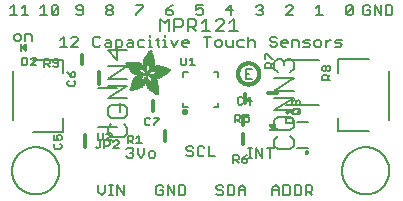
<source format=gbr>
G04 EAGLE Gerber RS-274X export*
G75*
%MOMM*%
%FSLAX34Y34*%
%LPD*%
%INSilkscreen Top*%
%IPPOS*%
%AMOC8*
5,1,8,0,0,1.08239X$1,22.5*%
G01*
%ADD10C,0.152400*%
%ADD11C,0.203200*%
%ADD12C,0.127000*%
%ADD13C,0.304800*%
%ADD14R,0.762000X0.127000*%
%ADD15R,0.050800X0.006300*%
%ADD16R,0.082600X0.006400*%
%ADD17R,0.120600X0.006300*%
%ADD18R,0.139700X0.006400*%
%ADD19R,0.158800X0.006300*%
%ADD20R,0.177800X0.006400*%
%ADD21R,0.196800X0.006300*%
%ADD22R,0.215900X0.006400*%
%ADD23R,0.228600X0.006300*%
%ADD24R,0.241300X0.006400*%
%ADD25R,0.254000X0.006300*%
%ADD26R,0.266700X0.006400*%
%ADD27R,0.279400X0.006300*%
%ADD28R,0.285700X0.006400*%
%ADD29R,0.298400X0.006300*%
%ADD30R,0.311200X0.006400*%
%ADD31R,0.317500X0.006300*%
%ADD32R,0.330200X0.006400*%
%ADD33R,0.336600X0.006300*%
%ADD34R,0.349200X0.006400*%
%ADD35R,0.361900X0.006300*%
%ADD36R,0.368300X0.006400*%
%ADD37R,0.381000X0.006300*%
%ADD38R,0.387300X0.006400*%
%ADD39R,0.393700X0.006300*%
%ADD40R,0.406400X0.006400*%
%ADD41R,0.412700X0.006300*%
%ADD42R,0.419100X0.006400*%
%ADD43R,0.431800X0.006300*%
%ADD44R,0.438100X0.006400*%
%ADD45R,0.450800X0.006300*%
%ADD46R,0.457200X0.006400*%
%ADD47R,0.463500X0.006300*%
%ADD48R,0.476200X0.006400*%
%ADD49R,0.482600X0.006300*%
%ADD50R,0.488900X0.006400*%
%ADD51R,0.501600X0.006300*%
%ADD52R,0.508000X0.006400*%
%ADD53R,0.514300X0.006300*%
%ADD54R,0.527000X0.006400*%
%ADD55R,0.533400X0.006300*%
%ADD56R,0.546100X0.006400*%
%ADD57R,0.552400X0.006300*%
%ADD58R,0.558800X0.006400*%
%ADD59R,0.571500X0.006300*%
%ADD60R,0.577800X0.006400*%
%ADD61R,0.584200X0.006300*%
%ADD62R,0.596900X0.006400*%
%ADD63R,0.603200X0.006300*%
%ADD64R,0.609600X0.006400*%
%ADD65R,0.622300X0.006300*%
%ADD66R,0.628600X0.006400*%
%ADD67R,0.641300X0.006300*%
%ADD68R,0.647700X0.006400*%
%ADD69R,0.063500X0.006300*%
%ADD70R,0.654000X0.006300*%
%ADD71R,0.101600X0.006400*%
%ADD72R,0.666700X0.006400*%
%ADD73R,0.139700X0.006300*%
%ADD74R,0.673100X0.006300*%
%ADD75R,0.165100X0.006400*%
%ADD76R,0.679400X0.006400*%
%ADD77R,0.196900X0.006300*%
%ADD78R,0.692100X0.006300*%
%ADD79R,0.222200X0.006400*%
%ADD80R,0.698500X0.006400*%
%ADD81R,0.247700X0.006300*%
%ADD82R,0.704800X0.006300*%
%ADD83R,0.279400X0.006400*%
%ADD84R,0.717500X0.006400*%
%ADD85R,0.298500X0.006300*%
%ADD86R,0.723900X0.006300*%
%ADD87R,0.736600X0.006400*%
%ADD88R,0.342900X0.006300*%
%ADD89R,0.742900X0.006300*%
%ADD90R,0.374700X0.006400*%
%ADD91R,0.749300X0.006400*%
%ADD92R,0.762000X0.006300*%
%ADD93R,0.412700X0.006400*%
%ADD94R,0.768300X0.006400*%
%ADD95R,0.438100X0.006300*%
%ADD96R,0.774700X0.006300*%
%ADD97R,0.463600X0.006400*%
%ADD98R,0.787400X0.006400*%
%ADD99R,0.793700X0.006300*%
%ADD100R,0.495300X0.006400*%
%ADD101R,0.800100X0.006400*%
%ADD102R,0.520700X0.006300*%
%ADD103R,0.812800X0.006300*%
%ADD104R,0.533400X0.006400*%
%ADD105R,0.819100X0.006400*%
%ADD106R,0.558800X0.006300*%
%ADD107R,0.825500X0.006300*%
%ADD108R,0.577900X0.006400*%
%ADD109R,0.831800X0.006400*%
%ADD110R,0.596900X0.006300*%
%ADD111R,0.844500X0.006300*%
%ADD112R,0.616000X0.006400*%
%ADD113R,0.850900X0.006400*%
%ADD114R,0.635000X0.006300*%
%ADD115R,0.857200X0.006300*%
%ADD116R,0.654100X0.006400*%
%ADD117R,0.863600X0.006400*%
%ADD118R,0.666700X0.006300*%
%ADD119R,0.869900X0.006300*%
%ADD120R,0.685800X0.006400*%
%ADD121R,0.876300X0.006400*%
%ADD122R,0.882600X0.006300*%
%ADD123R,0.723900X0.006400*%
%ADD124R,0.889000X0.006400*%
%ADD125R,0.895300X0.006300*%
%ADD126R,0.755700X0.006400*%
%ADD127R,0.901700X0.006400*%
%ADD128R,0.908000X0.006300*%
%ADD129R,0.793800X0.006400*%
%ADD130R,0.914400X0.006400*%
%ADD131R,0.806400X0.006300*%
%ADD132R,0.920700X0.006300*%
%ADD133R,0.825500X0.006400*%
%ADD134R,0.927100X0.006400*%
%ADD135R,0.933400X0.006300*%
%ADD136R,0.857300X0.006400*%
%ADD137R,0.939800X0.006400*%
%ADD138R,0.870000X0.006300*%
%ADD139R,0.939800X0.006300*%
%ADD140R,0.946100X0.006400*%
%ADD141R,0.952500X0.006300*%
%ADD142R,0.908000X0.006400*%
%ADD143R,0.958800X0.006400*%
%ADD144R,0.965200X0.006300*%
%ADD145R,0.965200X0.006400*%
%ADD146R,0.971500X0.006300*%
%ADD147R,0.952500X0.006400*%
%ADD148R,0.977900X0.006400*%
%ADD149R,0.958800X0.006300*%
%ADD150R,0.984200X0.006300*%
%ADD151R,0.971500X0.006400*%
%ADD152R,0.984200X0.006400*%
%ADD153R,0.990600X0.006300*%
%ADD154R,0.984300X0.006400*%
%ADD155R,0.996900X0.006400*%
%ADD156R,0.997000X0.006300*%
%ADD157R,0.996900X0.006300*%
%ADD158R,1.003300X0.006400*%
%ADD159R,1.016000X0.006300*%
%ADD160R,1.009600X0.006300*%
%ADD161R,1.016000X0.006400*%
%ADD162R,1.009600X0.006400*%
%ADD163R,1.022300X0.006300*%
%ADD164R,1.028700X0.006400*%
%ADD165R,1.035100X0.006300*%
%ADD166R,1.047800X0.006400*%
%ADD167R,1.054100X0.006300*%
%ADD168R,1.028700X0.006300*%
%ADD169R,1.054100X0.006400*%
%ADD170R,1.035000X0.006400*%
%ADD171R,1.060400X0.006300*%
%ADD172R,1.035000X0.006300*%
%ADD173R,1.060500X0.006400*%
%ADD174R,1.041400X0.006400*%
%ADD175R,1.066800X0.006300*%
%ADD176R,1.041400X0.006300*%
%ADD177R,1.079500X0.006400*%
%ADD178R,1.047700X0.006400*%
%ADD179R,1.085900X0.006300*%
%ADD180R,1.047700X0.006300*%
%ADD181R,1.085800X0.006400*%
%ADD182R,1.092200X0.006300*%
%ADD183R,1.085900X0.006400*%
%ADD184R,1.098600X0.006300*%
%ADD185R,1.098600X0.006400*%
%ADD186R,1.060400X0.006400*%
%ADD187R,1.104900X0.006300*%
%ADD188R,1.104900X0.006400*%
%ADD189R,1.066800X0.006400*%
%ADD190R,1.111200X0.006300*%
%ADD191R,1.117600X0.006400*%
%ADD192R,1.117600X0.006300*%
%ADD193R,1.073100X0.006300*%
%ADD194R,1.073100X0.006400*%
%ADD195R,1.124000X0.006300*%
%ADD196R,1.079500X0.006300*%
%ADD197R,1.123900X0.006400*%
%ADD198R,1.130300X0.006300*%
%ADD199R,1.130300X0.006400*%
%ADD200R,1.136700X0.006400*%
%ADD201R,1.136700X0.006300*%
%ADD202R,1.085800X0.006300*%
%ADD203R,1.136600X0.006400*%
%ADD204R,1.136600X0.006300*%
%ADD205R,1.143000X0.006400*%
%ADD206R,1.143000X0.006300*%
%ADD207R,1.149400X0.006300*%
%ADD208R,1.149300X0.006300*%
%ADD209R,1.149300X0.006400*%
%ADD210R,1.149400X0.006400*%
%ADD211R,1.155700X0.006400*%
%ADD212R,1.155700X0.006300*%
%ADD213R,1.060500X0.006300*%
%ADD214R,2.197100X0.006400*%
%ADD215R,2.197100X0.006300*%
%ADD216R,2.184400X0.006300*%
%ADD217R,2.184400X0.006400*%
%ADD218R,2.171700X0.006400*%
%ADD219R,2.171700X0.006300*%
%ADD220R,1.530300X0.006400*%
%ADD221R,1.505000X0.006300*%
%ADD222R,1.492300X0.006400*%
%ADD223R,1.485900X0.006300*%
%ADD224R,0.565200X0.006300*%
%ADD225R,1.473200X0.006400*%
%ADD226R,0.565200X0.006400*%
%ADD227R,1.460500X0.006300*%
%ADD228R,1.454100X0.006400*%
%ADD229R,0.552400X0.006400*%
%ADD230R,1.441500X0.006300*%
%ADD231R,0.546100X0.006300*%
%ADD232R,1.435100X0.006400*%
%ADD233R,0.539800X0.006400*%
%ADD234R,1.428800X0.006300*%
%ADD235R,1.422400X0.006400*%
%ADD236R,1.409700X0.006300*%
%ADD237R,0.527100X0.006300*%
%ADD238R,1.403300X0.006400*%
%ADD239R,0.527100X0.006400*%
%ADD240R,1.390700X0.006300*%
%ADD241R,1.384300X0.006400*%
%ADD242R,0.520700X0.006400*%
%ADD243R,1.384300X0.006300*%
%ADD244R,0.514400X0.006300*%
%ADD245R,1.371600X0.006400*%
%ADD246R,1.365200X0.006300*%
%ADD247R,0.508000X0.006300*%
%ADD248R,1.352600X0.006400*%
%ADD249R,0.501700X0.006400*%
%ADD250R,0.711200X0.006300*%
%ADD251R,0.603300X0.006300*%
%ADD252R,0.501700X0.006300*%
%ADD253R,0.692100X0.006400*%
%ADD254R,0.571500X0.006400*%
%ADD255R,0.679400X0.006300*%
%ADD256R,0.495300X0.006300*%
%ADD257R,0.673100X0.006400*%
%ADD258R,0.666800X0.006300*%
%ADD259R,0.488900X0.006300*%
%ADD260R,0.660400X0.006400*%
%ADD261R,0.482600X0.006400*%
%ADD262R,0.476200X0.006300*%
%ADD263R,0.654000X0.006400*%
%ADD264R,0.469900X0.006400*%
%ADD265R,0.476300X0.006400*%
%ADD266R,0.647700X0.006300*%
%ADD267R,0.457200X0.006300*%
%ADD268R,0.469900X0.006300*%
%ADD269R,0.641300X0.006400*%
%ADD270R,0.444500X0.006400*%
%ADD271R,0.463600X0.006300*%
%ADD272R,0.635000X0.006400*%
%ADD273R,0.463500X0.006400*%
%ADD274R,0.393700X0.006400*%
%ADD275R,0.450800X0.006400*%
%ADD276R,0.628600X0.006300*%
%ADD277R,0.387400X0.006300*%
%ADD278R,0.450900X0.006300*%
%ADD279R,0.628700X0.006400*%
%ADD280R,0.374600X0.006400*%
%ADD281R,0.368300X0.006300*%
%ADD282R,0.438200X0.006300*%
%ADD283R,0.622300X0.006400*%
%ADD284R,0.355600X0.006400*%
%ADD285R,0.431800X0.006400*%
%ADD286R,0.349300X0.006300*%
%ADD287R,0.425400X0.006300*%
%ADD288R,0.615900X0.006300*%
%ADD289R,0.330200X0.006300*%
%ADD290R,0.419100X0.006300*%
%ADD291R,0.616000X0.006300*%
%ADD292R,0.311200X0.006300*%
%ADD293R,0.406400X0.006300*%
%ADD294R,0.615900X0.006400*%
%ADD295R,0.304800X0.006400*%
%ADD296R,0.158800X0.006400*%
%ADD297R,0.609600X0.006300*%
%ADD298R,0.292100X0.006300*%
%ADD299R,0.235000X0.006300*%
%ADD300R,0.387400X0.006400*%
%ADD301R,0.292100X0.006400*%
%ADD302R,0.336500X0.006300*%
%ADD303R,0.260400X0.006300*%
%ADD304R,0.603300X0.006400*%
%ADD305R,0.260400X0.006400*%
%ADD306R,0.362000X0.006400*%
%ADD307R,0.450900X0.006400*%
%ADD308R,0.355600X0.006300*%
%ADD309R,0.342900X0.006400*%
%ADD310R,0.514300X0.006400*%
%ADD311R,0.234900X0.006300*%
%ADD312R,0.539700X0.006300*%
%ADD313R,0.603200X0.006400*%
%ADD314R,0.234900X0.006400*%
%ADD315R,0.920700X0.006400*%
%ADD316R,0.958900X0.006400*%
%ADD317R,0.215900X0.006300*%
%ADD318R,0.209600X0.006400*%
%ADD319R,0.203200X0.006300*%
%ADD320R,1.003300X0.006300*%
%ADD321R,0.203200X0.006400*%
%ADD322R,0.196900X0.006400*%
%ADD323R,0.190500X0.006300*%
%ADD324R,0.190500X0.006400*%
%ADD325R,0.184200X0.006300*%
%ADD326R,0.590500X0.006400*%
%ADD327R,0.184200X0.006400*%
%ADD328R,0.590500X0.006300*%
%ADD329R,0.177800X0.006300*%
%ADD330R,0.584200X0.006400*%
%ADD331R,1.168400X0.006400*%
%ADD332R,0.171500X0.006300*%
%ADD333R,1.187500X0.006300*%
%ADD334R,1.200100X0.006400*%
%ADD335R,0.577800X0.006300*%
%ADD336R,1.212900X0.006300*%
%ADD337R,1.231900X0.006400*%
%ADD338R,1.250900X0.006300*%
%ADD339R,0.565100X0.006400*%
%ADD340R,0.184100X0.006400*%
%ADD341R,1.263700X0.006400*%
%ADD342R,0.565100X0.006300*%
%ADD343R,1.289100X0.006300*%
%ADD344R,1.314400X0.006400*%
%ADD345R,0.552500X0.006300*%
%ADD346R,1.568500X0.006300*%
%ADD347R,0.552500X0.006400*%
%ADD348R,1.581200X0.006400*%
%ADD349R,1.593800X0.006300*%
%ADD350R,1.606500X0.006400*%
%ADD351R,1.619300X0.006300*%
%ADD352R,0.514400X0.006400*%
%ADD353R,1.638300X0.006400*%
%ADD354R,1.657300X0.006300*%
%ADD355R,2.209800X0.006400*%
%ADD356R,2.425700X0.006300*%
%ADD357R,2.470100X0.006400*%
%ADD358R,2.501900X0.006300*%
%ADD359R,2.533700X0.006400*%
%ADD360R,2.559000X0.006300*%
%ADD361R,2.584500X0.006400*%
%ADD362R,2.609900X0.006300*%
%ADD363R,2.628900X0.006400*%
%ADD364R,2.660600X0.006300*%
%ADD365R,2.673400X0.006400*%
%ADD366R,1.422400X0.006300*%
%ADD367R,1.200200X0.006300*%
%ADD368R,1.365300X0.006300*%
%ADD369R,1.365300X0.006400*%
%ADD370R,1.352500X0.006300*%
%ADD371R,1.098500X0.006300*%
%ADD372R,1.358900X0.006400*%
%ADD373R,1.352600X0.006300*%
%ADD374R,1.358900X0.006300*%
%ADD375R,1.371600X0.006300*%
%ADD376R,1.377900X0.006400*%
%ADD377R,1.397000X0.006400*%
%ADD378R,1.403300X0.006300*%
%ADD379R,0.914400X0.006300*%
%ADD380R,0.876300X0.006300*%
%ADD381R,0.374600X0.006300*%
%ADD382R,1.073200X0.006400*%
%ADD383R,0.374700X0.006300*%
%ADD384R,0.844600X0.006400*%
%ADD385R,0.844600X0.006300*%
%ADD386R,0.831900X0.006400*%
%ADD387R,1.092200X0.006400*%
%ADD388R,0.400000X0.006300*%
%ADD389R,0.819200X0.006400*%
%ADD390R,1.111300X0.006400*%
%ADD391R,0.812800X0.006400*%
%ADD392R,0.800100X0.006300*%
%ADD393R,0.476300X0.006300*%
%ADD394R,1.181100X0.006300*%
%ADD395R,0.501600X0.006400*%
%ADD396R,1.193800X0.006400*%
%ADD397R,0.781000X0.006400*%
%ADD398R,1.238200X0.006400*%
%ADD399R,0.781100X0.006300*%
%ADD400R,1.257300X0.006300*%
%ADD401R,1.295400X0.006400*%
%ADD402R,1.333500X0.006300*%
%ADD403R,0.774700X0.006400*%
%ADD404R,1.866900X0.006400*%
%ADD405R,0.209600X0.006300*%
%ADD406R,1.866900X0.006300*%
%ADD407R,0.768400X0.006400*%
%ADD408R,0.209500X0.006400*%
%ADD409R,1.860600X0.006400*%
%ADD410R,0.762000X0.006400*%
%ADD411R,0.768400X0.006300*%
%ADD412R,1.860600X0.006300*%
%ADD413R,1.860500X0.006400*%
%ADD414R,0.222300X0.006300*%
%ADD415R,1.854200X0.006300*%
%ADD416R,0.235000X0.006400*%
%ADD417R,1.854200X0.006400*%
%ADD418R,0.768300X0.006300*%
%ADD419R,0.260300X0.006400*%
%ADD420R,1.847800X0.006400*%
%ADD421R,0.266700X0.006300*%
%ADD422R,1.847800X0.006300*%
%ADD423R,0.273100X0.006400*%
%ADD424R,1.841500X0.006400*%
%ADD425R,0.285800X0.006300*%
%ADD426R,1.841500X0.006300*%
%ADD427R,0.298500X0.006400*%
%ADD428R,1.835100X0.006400*%
%ADD429R,0.781000X0.006300*%
%ADD430R,0.304800X0.006300*%
%ADD431R,1.835100X0.006300*%
%ADD432R,0.317500X0.006400*%
%ADD433R,1.828800X0.006400*%
%ADD434R,0.787400X0.006300*%
%ADD435R,0.323800X0.006300*%
%ADD436R,1.828800X0.006300*%
%ADD437R,0.793700X0.006400*%
%ADD438R,1.822400X0.006400*%
%ADD439R,0.806500X0.006300*%
%ADD440R,1.822400X0.006300*%
%ADD441R,1.816100X0.006400*%
%ADD442R,0.819100X0.006300*%
%ADD443R,0.387300X0.006300*%
%ADD444R,1.816100X0.006300*%
%ADD445R,1.809800X0.006400*%
%ADD446R,1.803400X0.006300*%
%ADD447R,1.797000X0.006400*%
%ADD448R,0.901700X0.006300*%
%ADD449R,1.797000X0.006300*%
%ADD450R,1.441400X0.006400*%
%ADD451R,1.790700X0.006400*%
%ADD452R,1.447800X0.006300*%
%ADD453R,1.784300X0.006300*%
%ADD454R,1.447800X0.006400*%
%ADD455R,1.784300X0.006400*%
%ADD456R,1.454100X0.006300*%
%ADD457R,1.771700X0.006300*%
%ADD458R,1.460500X0.006400*%
%ADD459R,1.759000X0.006400*%
%ADD460R,1.466800X0.006300*%
%ADD461R,1.752600X0.006300*%
%ADD462R,1.466800X0.006400*%
%ADD463R,1.739900X0.006400*%
%ADD464R,1.473200X0.006300*%
%ADD465R,1.727200X0.006300*%
%ADD466R,1.479500X0.006400*%
%ADD467R,1.714500X0.006400*%
%ADD468R,1.695400X0.006300*%
%ADD469R,1.485900X0.006400*%
%ADD470R,1.682700X0.006400*%
%ADD471R,1.492200X0.006300*%
%ADD472R,1.663700X0.006300*%
%ADD473R,1.498600X0.006400*%
%ADD474R,1.644600X0.006400*%
%ADD475R,1.498600X0.006300*%
%ADD476R,1.619200X0.006300*%
%ADD477R,1.511300X0.006400*%
%ADD478R,1.600200X0.006400*%
%ADD479R,1.517700X0.006300*%
%ADD480R,1.574800X0.006300*%
%ADD481R,1.524000X0.006400*%
%ADD482R,1.555800X0.006400*%
%ADD483R,1.524000X0.006300*%
%ADD484R,1.536700X0.006300*%
%ADD485R,1.530400X0.006400*%
%ADD486R,1.517700X0.006400*%
%ADD487R,1.492300X0.006300*%
%ADD488R,1.549400X0.006400*%
%ADD489R,1.479600X0.006400*%
%ADD490R,1.549400X0.006300*%
%ADD491R,1.555700X0.006400*%
%ADD492R,1.562100X0.006300*%
%ADD493R,0.323900X0.006300*%
%ADD494R,1.568400X0.006400*%
%ADD495R,0.336600X0.006400*%
%ADD496R,1.587500X0.006300*%
%ADD497R,0.971600X0.006300*%
%ADD498R,0.349300X0.006400*%
%ADD499R,1.600200X0.006300*%
%ADD500R,0.920800X0.006300*%
%ADD501R,0.882700X0.006400*%
%ADD502R,1.612900X0.006300*%
%ADD503R,0.362000X0.006300*%
%ADD504R,1.625600X0.006400*%
%ADD505R,1.625600X0.006300*%
%ADD506R,1.644600X0.006300*%
%ADD507R,0.736600X0.006300*%
%ADD508R,0.717600X0.006400*%
%ADD509R,1.657400X0.006300*%
%ADD510R,0.679500X0.006300*%
%ADD511R,1.663700X0.006400*%
%ADD512R,0.400000X0.006400*%
%ADD513R,1.676400X0.006300*%
%ADD514R,1.676400X0.006400*%
%ADD515R,0.425500X0.006400*%
%ADD516R,1.352500X0.006400*%
%ADD517R,0.444500X0.006300*%
%ADD518R,0.361900X0.006400*%
%ADD519R,0.088900X0.006300*%
%ADD520R,1.009700X0.006300*%
%ADD521R,1.009700X0.006400*%
%ADD522R,1.022300X0.006400*%
%ADD523R,1.346200X0.006400*%
%ADD524R,1.346200X0.006300*%
%ADD525R,1.339900X0.006400*%
%ADD526R,1.035100X0.006400*%
%ADD527R,1.339800X0.006300*%
%ADD528R,1.333500X0.006400*%
%ADD529R,1.327200X0.006400*%
%ADD530R,1.320800X0.006300*%
%ADD531R,1.314500X0.006400*%
%ADD532R,1.314400X0.006300*%
%ADD533R,1.301700X0.006400*%
%ADD534R,1.295400X0.006300*%
%ADD535R,1.289000X0.006400*%
%ADD536R,1.276300X0.006300*%
%ADD537R,1.251000X0.006300*%
%ADD538R,1.244600X0.006400*%
%ADD539R,1.231900X0.006300*%
%ADD540R,1.212800X0.006400*%
%ADD541R,1.200100X0.006300*%
%ADD542R,1.187400X0.006400*%
%ADD543R,1.168400X0.006300*%
%ADD544R,1.047800X0.006300*%
%ADD545R,0.977900X0.006300*%
%ADD546R,0.946200X0.006400*%
%ADD547R,0.933400X0.006400*%
%ADD548R,0.895300X0.006400*%
%ADD549R,0.882700X0.006300*%
%ADD550R,0.863600X0.006300*%
%ADD551R,0.857200X0.006400*%
%ADD552R,0.850900X0.006300*%
%ADD553R,0.838200X0.006300*%
%ADD554R,0.806500X0.006400*%
%ADD555R,0.717600X0.006300*%
%ADD556R,0.711200X0.006400*%
%ADD557R,0.641400X0.006400*%
%ADD558R,0.641400X0.006300*%
%ADD559R,0.628700X0.006300*%
%ADD560R,0.590600X0.006300*%
%ADD561R,0.539700X0.006400*%
%ADD562R,0.285700X0.006300*%
%ADD563R,0.222200X0.006300*%
%ADD564R,0.171400X0.006300*%
%ADD565R,0.152400X0.006400*%
%ADD566R,0.133400X0.006300*%
%ADD567R,0.127000X0.762000*%

G36*
X17028Y126243D02*
X17028Y126243D01*
X17057Y126240D01*
X17149Y126260D01*
X17242Y126273D01*
X17269Y126286D01*
X17298Y126292D01*
X17378Y126340D01*
X17462Y126382D01*
X17483Y126403D01*
X17509Y126418D01*
X17570Y126490D01*
X17636Y126556D01*
X17649Y126582D01*
X17669Y126605D01*
X17704Y126692D01*
X17746Y126776D01*
X17750Y126806D01*
X17761Y126833D01*
X17779Y127000D01*
X17779Y132080D01*
X17774Y132109D01*
X17777Y132139D01*
X17755Y132230D01*
X17740Y132323D01*
X17726Y132349D01*
X17719Y132378D01*
X17668Y132457D01*
X17624Y132540D01*
X17603Y132561D01*
X17587Y132586D01*
X17514Y132645D01*
X17446Y132710D01*
X17419Y132722D01*
X17396Y132741D01*
X17308Y132774D01*
X17223Y132813D01*
X17193Y132816D01*
X17166Y132827D01*
X17072Y132830D01*
X16979Y132840D01*
X16949Y132834D01*
X16920Y132835D01*
X16830Y132808D01*
X16738Y132788D01*
X16713Y132773D01*
X16684Y132764D01*
X16542Y132674D01*
X13367Y130134D01*
X13298Y130057D01*
X13225Y129984D01*
X13216Y129967D01*
X13203Y129952D01*
X13161Y129856D01*
X13115Y129764D01*
X13113Y129744D01*
X13105Y129726D01*
X13096Y129623D01*
X13082Y129520D01*
X13086Y129501D01*
X13084Y129481D01*
X13109Y129380D01*
X13128Y129278D01*
X13138Y129261D01*
X13142Y129242D01*
X13198Y129155D01*
X13249Y129064D01*
X13266Y129047D01*
X13274Y129034D01*
X13299Y129014D01*
X13367Y128946D01*
X16542Y126406D01*
X16568Y126391D01*
X16590Y126371D01*
X16675Y126331D01*
X16757Y126285D01*
X16786Y126279D01*
X16813Y126267D01*
X16906Y126257D01*
X16998Y126239D01*
X17028Y126243D01*
G37*
G36*
X226099Y60076D02*
X226099Y60076D01*
X226119Y60074D01*
X226220Y60099D01*
X226322Y60118D01*
X226339Y60128D01*
X226358Y60132D01*
X226446Y60188D01*
X226536Y60239D01*
X226553Y60256D01*
X226566Y60264D01*
X226586Y60289D01*
X226654Y60357D01*
X229194Y63532D01*
X229209Y63558D01*
X229230Y63580D01*
X229269Y63665D01*
X229315Y63747D01*
X229321Y63776D01*
X229333Y63803D01*
X229343Y63896D01*
X229361Y63988D01*
X229357Y64018D01*
X229360Y64047D01*
X229340Y64139D01*
X229328Y64232D01*
X229314Y64259D01*
X229308Y64288D01*
X229260Y64368D01*
X229218Y64452D01*
X229197Y64473D01*
X229182Y64499D01*
X229110Y64560D01*
X229044Y64626D01*
X229018Y64639D01*
X228995Y64659D01*
X228908Y64694D01*
X228824Y64736D01*
X228794Y64740D01*
X228767Y64751D01*
X228600Y64769D01*
X223520Y64769D01*
X223491Y64764D01*
X223461Y64767D01*
X223370Y64745D01*
X223277Y64730D01*
X223251Y64716D01*
X223222Y64709D01*
X223143Y64658D01*
X223060Y64614D01*
X223039Y64593D01*
X223014Y64577D01*
X222955Y64504D01*
X222891Y64436D01*
X222878Y64409D01*
X222859Y64386D01*
X222826Y64298D01*
X222787Y64213D01*
X222784Y64183D01*
X222773Y64156D01*
X222770Y64062D01*
X222760Y63969D01*
X222766Y63939D01*
X222765Y63910D01*
X222792Y63820D01*
X222812Y63728D01*
X222827Y63703D01*
X222836Y63674D01*
X222926Y63532D01*
X225466Y60357D01*
X225543Y60288D01*
X225616Y60215D01*
X225634Y60206D01*
X225648Y60193D01*
X225744Y60151D01*
X225836Y60105D01*
X225856Y60103D01*
X225874Y60095D01*
X225977Y60086D01*
X226080Y60072D01*
X226099Y60076D01*
G37*
D10*
X308721Y164175D02*
X307281Y165615D01*
X304400Y165615D01*
X302959Y164175D01*
X302959Y158413D01*
X304400Y156972D01*
X307281Y156972D01*
X308721Y158413D01*
X308721Y161294D01*
X305840Y161294D01*
X312314Y165615D02*
X312314Y156972D01*
X318077Y156972D02*
X312314Y165615D01*
X318077Y165615D02*
X318077Y156972D01*
X321670Y156972D02*
X321670Y165615D01*
X321670Y156972D02*
X325991Y156972D01*
X327432Y158413D01*
X327432Y164175D01*
X325991Y165615D01*
X321670Y165615D01*
X288184Y164175D02*
X288184Y158413D01*
X288184Y164175D02*
X289625Y165615D01*
X292506Y165615D01*
X293947Y164175D01*
X293947Y158413D01*
X292506Y156972D01*
X289625Y156972D01*
X288184Y158413D01*
X293947Y164175D01*
X265666Y165615D02*
X262784Y162734D01*
X265666Y165615D02*
X265666Y156972D01*
X268547Y156972D02*
X262784Y156972D01*
X243147Y156972D02*
X237384Y156972D01*
X243147Y162734D01*
X243147Y164175D01*
X241706Y165615D01*
X238825Y165615D01*
X237384Y164175D01*
X213425Y165615D02*
X211984Y164175D01*
X213425Y165615D02*
X216306Y165615D01*
X217747Y164175D01*
X217747Y162734D01*
X216306Y161294D01*
X214866Y161294D01*
X216306Y161294D02*
X217747Y159853D01*
X217747Y158413D01*
X216306Y156972D01*
X213425Y156972D01*
X211984Y158413D01*
X190906Y156972D02*
X190906Y165615D01*
X186584Y161294D01*
X192347Y161294D01*
X166947Y165615D02*
X161184Y165615D01*
X161184Y161294D01*
X164066Y162734D01*
X165506Y162734D01*
X166947Y161294D01*
X166947Y158413D01*
X165506Y156972D01*
X162625Y156972D01*
X161184Y158413D01*
X141547Y165615D02*
X138666Y164175D01*
X135784Y161294D01*
X135784Y158413D01*
X137225Y156972D01*
X140106Y156972D01*
X141547Y158413D01*
X141547Y159853D01*
X140106Y161294D01*
X135784Y161294D01*
X116147Y165615D02*
X110384Y165615D01*
X116147Y165615D02*
X116147Y164175D01*
X110384Y158413D01*
X110384Y156972D01*
X86425Y165615D02*
X84984Y164175D01*
X86425Y165615D02*
X89306Y165615D01*
X90747Y164175D01*
X90747Y162734D01*
X89306Y161294D01*
X90747Y159853D01*
X90747Y158413D01*
X89306Y156972D01*
X86425Y156972D01*
X84984Y158413D01*
X84984Y159853D01*
X86425Y161294D01*
X84984Y162734D01*
X84984Y164175D01*
X86425Y161294D02*
X89306Y161294D01*
X61025Y156972D02*
X59584Y158413D01*
X61025Y156972D02*
X63906Y156972D01*
X65347Y158413D01*
X65347Y164175D01*
X63906Y165615D01*
X61025Y165615D01*
X59584Y164175D01*
X59584Y162734D01*
X61025Y161294D01*
X65347Y161294D01*
X32388Y165615D02*
X29507Y162734D01*
X32388Y165615D02*
X32388Y156972D01*
X29507Y156972D02*
X35269Y156972D01*
X38862Y158413D02*
X38862Y164175D01*
X40303Y165615D01*
X43184Y165615D01*
X44624Y164175D01*
X44624Y158413D01*
X43184Y156972D01*
X40303Y156972D01*
X38862Y158413D01*
X44624Y164175D01*
X6988Y165615D02*
X4107Y162734D01*
X6988Y165615D02*
X6988Y156972D01*
X4107Y156972D02*
X9869Y156972D01*
X13462Y162734D02*
X16343Y165615D01*
X16343Y156972D01*
X13462Y156972D02*
X19224Y156972D01*
D11*
X131034Y153933D02*
X131034Y143256D01*
X134593Y150374D02*
X131034Y153933D01*
X134593Y150374D02*
X138152Y153933D01*
X138152Y143256D01*
X142728Y143256D02*
X142728Y153933D01*
X148067Y153933D01*
X149846Y152154D01*
X149846Y148595D01*
X148067Y146815D01*
X142728Y146815D01*
X154422Y143256D02*
X154422Y153933D01*
X159761Y153933D01*
X161540Y152154D01*
X161540Y148595D01*
X159761Y146815D01*
X154422Y146815D01*
X157981Y146815D02*
X161540Y143256D01*
X166116Y150374D02*
X169675Y153933D01*
X169675Y143256D01*
X166116Y143256D02*
X173234Y143256D01*
X177810Y143256D02*
X184928Y143256D01*
X177810Y143256D02*
X184928Y150374D01*
X184928Y152154D01*
X183148Y153933D01*
X179589Y153933D01*
X177810Y152154D01*
X189504Y150374D02*
X193063Y153933D01*
X193063Y143256D01*
X189504Y143256D02*
X196622Y143256D01*
D10*
X49175Y138945D02*
X46294Y136064D01*
X49175Y138945D02*
X49175Y130302D01*
X46294Y130302D02*
X52056Y130302D01*
X55649Y130302D02*
X61412Y130302D01*
X61412Y136064D02*
X55649Y130302D01*
X61412Y136064D02*
X61412Y137505D01*
X59971Y138945D01*
X57090Y138945D01*
X55649Y137505D01*
X78681Y138945D02*
X80122Y137505D01*
X78681Y138945D02*
X75800Y138945D01*
X74360Y137505D01*
X74360Y131743D01*
X75800Y130302D01*
X78681Y130302D01*
X80122Y131743D01*
X85155Y136064D02*
X88037Y136064D01*
X89477Y134624D01*
X89477Y130302D01*
X85155Y130302D01*
X83715Y131743D01*
X85155Y133183D01*
X89477Y133183D01*
X93070Y136064D02*
X93070Y127421D01*
X93070Y136064D02*
X97392Y136064D01*
X98832Y134624D01*
X98832Y131743D01*
X97392Y130302D01*
X93070Y130302D01*
X103866Y136064D02*
X106747Y136064D01*
X108187Y134624D01*
X108187Y130302D01*
X103866Y130302D01*
X102425Y131743D01*
X103866Y133183D01*
X108187Y133183D01*
X113221Y136064D02*
X117543Y136064D01*
X113221Y136064D02*
X111780Y134624D01*
X111780Y131743D01*
X113221Y130302D01*
X117543Y130302D01*
X121136Y136064D02*
X122576Y136064D01*
X122576Y130302D01*
X121136Y130302D02*
X124017Y130302D01*
X122576Y138945D02*
X122576Y140386D01*
X128813Y137505D02*
X128813Y131743D01*
X130253Y130302D01*
X130253Y136064D02*
X127372Y136064D01*
X133609Y136064D02*
X135050Y136064D01*
X135050Y130302D01*
X136490Y130302D02*
X133609Y130302D01*
X135050Y138945D02*
X135050Y140386D01*
X139846Y136064D02*
X142727Y130302D01*
X145608Y136064D01*
X150642Y130302D02*
X153523Y130302D01*
X150642Y130302D02*
X149201Y131743D01*
X149201Y134624D01*
X150642Y136064D01*
X153523Y136064D01*
X154963Y134624D01*
X154963Y133183D01*
X149201Y133183D01*
X170793Y130302D02*
X170793Y138945D01*
X173674Y138945D02*
X167911Y138945D01*
X178707Y130302D02*
X181588Y130302D01*
X183029Y131743D01*
X183029Y134624D01*
X181588Y136064D01*
X178707Y136064D01*
X177267Y134624D01*
X177267Y131743D01*
X178707Y130302D01*
X186622Y131743D02*
X186622Y136064D01*
X186622Y131743D02*
X188062Y130302D01*
X192384Y130302D01*
X192384Y136064D01*
X197418Y136064D02*
X201739Y136064D01*
X197418Y136064D02*
X195977Y134624D01*
X195977Y131743D01*
X197418Y130302D01*
X201739Y130302D01*
X205332Y130302D02*
X205332Y138945D01*
X206773Y136064D02*
X205332Y134624D01*
X206773Y136064D02*
X209654Y136064D01*
X211094Y134624D01*
X211094Y130302D01*
X228364Y138945D02*
X229805Y137505D01*
X228364Y138945D02*
X225483Y138945D01*
X224043Y137505D01*
X224043Y136064D01*
X225483Y134624D01*
X228364Y134624D01*
X229805Y133183D01*
X229805Y131743D01*
X228364Y130302D01*
X225483Y130302D01*
X224043Y131743D01*
X234838Y130302D02*
X237719Y130302D01*
X234838Y130302D02*
X233398Y131743D01*
X233398Y134624D01*
X234838Y136064D01*
X237719Y136064D01*
X239160Y134624D01*
X239160Y133183D01*
X233398Y133183D01*
X242753Y130302D02*
X242753Y136064D01*
X247075Y136064D01*
X248515Y134624D01*
X248515Y130302D01*
X252108Y130302D02*
X256430Y130302D01*
X257870Y131743D01*
X256430Y133183D01*
X253549Y133183D01*
X252108Y134624D01*
X253549Y136064D01*
X257870Y136064D01*
X262904Y130302D02*
X265785Y130302D01*
X267226Y131743D01*
X267226Y134624D01*
X265785Y136064D01*
X262904Y136064D01*
X261463Y134624D01*
X261463Y131743D01*
X262904Y130302D01*
X270819Y130302D02*
X270819Y136064D01*
X270819Y133183D02*
X273700Y136064D01*
X275140Y136064D01*
X278615Y130302D02*
X282936Y130302D01*
X284377Y131743D01*
X282936Y133183D01*
X280055Y133183D01*
X278615Y134624D01*
X280055Y136064D01*
X284377Y136064D01*
X225892Y10334D02*
X225892Y4572D01*
X225892Y10334D02*
X228773Y13215D01*
X231654Y10334D01*
X231654Y4572D01*
X231654Y8894D02*
X225892Y8894D01*
X235247Y13215D02*
X235247Y4572D01*
X239568Y4572D01*
X241009Y6013D01*
X241009Y11775D01*
X239568Y13215D01*
X235247Y13215D01*
X244602Y13215D02*
X244602Y4572D01*
X248924Y4572D01*
X250364Y6013D01*
X250364Y11775D01*
X248924Y13215D01*
X244602Y13215D01*
X253957Y13215D02*
X253957Y4572D01*
X253957Y13215D02*
X258279Y13215D01*
X259719Y11775D01*
X259719Y8894D01*
X258279Y7453D01*
X253957Y7453D01*
X256838Y7453D02*
X259719Y4572D01*
X78458Y7453D02*
X78458Y13215D01*
X78458Y7453D02*
X81340Y4572D01*
X84221Y7453D01*
X84221Y13215D01*
X87814Y4572D02*
X90695Y4572D01*
X89254Y4572D02*
X89254Y13215D01*
X87814Y13215D02*
X90695Y13215D01*
X94050Y13215D02*
X94050Y4572D01*
X99813Y4572D02*
X94050Y13215D01*
X99813Y13215D02*
X99813Y4572D01*
X102299Y43525D02*
X103740Y44965D01*
X106621Y44965D01*
X108061Y43525D01*
X108061Y42084D01*
X106621Y40644D01*
X105180Y40644D01*
X106621Y40644D02*
X108061Y39203D01*
X108061Y37763D01*
X106621Y36322D01*
X103740Y36322D01*
X102299Y37763D01*
X111654Y39203D02*
X111654Y44965D01*
X111654Y39203D02*
X114536Y36322D01*
X117417Y39203D01*
X117417Y44965D01*
X122450Y36322D02*
X125331Y36322D01*
X126772Y37763D01*
X126772Y40644D01*
X125331Y42084D01*
X122450Y42084D01*
X121010Y40644D01*
X121010Y37763D01*
X122450Y36322D01*
X132021Y13215D02*
X133461Y11775D01*
X132021Y13215D02*
X129140Y13215D01*
X127699Y11775D01*
X127699Y6013D01*
X129140Y4572D01*
X132021Y4572D01*
X133461Y6013D01*
X133461Y8894D01*
X130580Y8894D01*
X137054Y13215D02*
X137054Y4572D01*
X142817Y4572D02*
X137054Y13215D01*
X142817Y13215D02*
X142817Y4572D01*
X146410Y4572D02*
X146410Y13215D01*
X146410Y4572D02*
X150731Y4572D01*
X152172Y6013D01*
X152172Y11775D01*
X150731Y13215D01*
X146410Y13215D01*
X158861Y44795D02*
X157421Y46235D01*
X154540Y46235D01*
X153099Y44795D01*
X153099Y43354D01*
X154540Y41914D01*
X157421Y41914D01*
X158861Y40473D01*
X158861Y39033D01*
X157421Y37592D01*
X154540Y37592D01*
X153099Y39033D01*
X166776Y46235D02*
X168217Y44795D01*
X166776Y46235D02*
X163895Y46235D01*
X162454Y44795D01*
X162454Y39033D01*
X163895Y37592D01*
X166776Y37592D01*
X168217Y39033D01*
X171810Y37592D02*
X171810Y46235D01*
X171810Y37592D02*
X177572Y37592D01*
X182821Y13215D02*
X184261Y11775D01*
X182821Y13215D02*
X179940Y13215D01*
X178499Y11775D01*
X178499Y10334D01*
X179940Y8894D01*
X182821Y8894D01*
X184261Y7453D01*
X184261Y6013D01*
X182821Y4572D01*
X179940Y4572D01*
X178499Y6013D01*
X187854Y4572D02*
X187854Y13215D01*
X187854Y4572D02*
X192176Y4572D01*
X193617Y6013D01*
X193617Y11775D01*
X192176Y13215D01*
X187854Y13215D01*
X197210Y10334D02*
X197210Y4572D01*
X197210Y10334D02*
X200091Y13215D01*
X202972Y10334D01*
X202972Y4572D01*
X202972Y8894D02*
X197210Y8894D01*
X205458Y36322D02*
X208340Y36322D01*
X206899Y36322D02*
X206899Y44965D01*
X205458Y44965D02*
X208340Y44965D01*
X211695Y44965D02*
X211695Y36322D01*
X217457Y36322D02*
X211695Y44965D01*
X217457Y44965D02*
X217457Y36322D01*
X223932Y36322D02*
X223932Y44965D01*
X226813Y44965D02*
X221050Y44965D01*
D12*
X11434Y135255D02*
X8468Y135255D01*
X11434Y135255D02*
X12917Y136738D01*
X12917Y139704D01*
X11434Y141187D01*
X8468Y141187D01*
X6985Y139704D01*
X6985Y136738D01*
X8468Y135255D01*
X16340Y135255D02*
X16340Y141187D01*
X20789Y141187D01*
X22272Y139704D01*
X22272Y135255D01*
D11*
X150100Y78980D02*
X154100Y78980D01*
X150100Y78980D02*
X150100Y82980D01*
X150100Y104980D02*
X150100Y108980D01*
X154100Y108980D01*
X176100Y78980D02*
X180100Y78980D01*
X180100Y82980D01*
X180100Y108980D02*
X176100Y108980D01*
X180100Y108980D02*
X180100Y104980D01*
D13*
X151100Y74980D02*
X151102Y75043D01*
X151108Y75105D01*
X151118Y75167D01*
X151131Y75229D01*
X151149Y75289D01*
X151170Y75348D01*
X151195Y75406D01*
X151224Y75462D01*
X151256Y75516D01*
X151291Y75568D01*
X151329Y75617D01*
X151371Y75665D01*
X151415Y75709D01*
X151463Y75751D01*
X151512Y75789D01*
X151564Y75824D01*
X151618Y75856D01*
X151674Y75885D01*
X151732Y75910D01*
X151791Y75931D01*
X151851Y75949D01*
X151913Y75962D01*
X151975Y75972D01*
X152037Y75978D01*
X152100Y75980D01*
X152163Y75978D01*
X152225Y75972D01*
X152287Y75962D01*
X152349Y75949D01*
X152409Y75931D01*
X152468Y75910D01*
X152526Y75885D01*
X152582Y75856D01*
X152636Y75824D01*
X152688Y75789D01*
X152737Y75751D01*
X152785Y75709D01*
X152829Y75665D01*
X152871Y75617D01*
X152909Y75568D01*
X152944Y75516D01*
X152976Y75462D01*
X153005Y75406D01*
X153030Y75348D01*
X153051Y75289D01*
X153069Y75229D01*
X153082Y75167D01*
X153092Y75105D01*
X153098Y75043D01*
X153100Y74980D01*
X153098Y74917D01*
X153092Y74855D01*
X153082Y74793D01*
X153069Y74731D01*
X153051Y74671D01*
X153030Y74612D01*
X153005Y74554D01*
X152976Y74498D01*
X152944Y74444D01*
X152909Y74392D01*
X152871Y74343D01*
X152829Y74295D01*
X152785Y74251D01*
X152737Y74209D01*
X152688Y74171D01*
X152636Y74136D01*
X152582Y74104D01*
X152526Y74075D01*
X152468Y74050D01*
X152409Y74029D01*
X152349Y74011D01*
X152287Y73998D01*
X152225Y73988D01*
X152163Y73982D01*
X152100Y73980D01*
X152037Y73982D01*
X151975Y73988D01*
X151913Y73998D01*
X151851Y74011D01*
X151791Y74029D01*
X151732Y74050D01*
X151674Y74075D01*
X151618Y74104D01*
X151564Y74136D01*
X151512Y74171D01*
X151463Y74209D01*
X151415Y74251D01*
X151371Y74295D01*
X151329Y74343D01*
X151291Y74392D01*
X151256Y74444D01*
X151224Y74498D01*
X151195Y74554D01*
X151170Y74612D01*
X151149Y74671D01*
X151131Y74731D01*
X151118Y74793D01*
X151108Y74855D01*
X151102Y74917D01*
X151100Y74980D01*
D10*
X148354Y115656D02*
X148354Y121164D01*
X148354Y115656D02*
X149455Y114554D01*
X151659Y114554D01*
X152760Y115656D01*
X152760Y121164D01*
X155838Y118960D02*
X158041Y121164D01*
X158041Y114554D01*
X155838Y114554D02*
X160244Y114554D01*
D13*
X201295Y71945D02*
X201295Y63945D01*
D10*
X200748Y86915D02*
X199647Y88017D01*
X197444Y88017D01*
X196342Y86915D01*
X196342Y82509D01*
X197444Y81407D01*
X199647Y81407D01*
X200748Y82509D01*
X207131Y81407D02*
X207131Y88017D01*
X203826Y84712D01*
X208233Y84712D01*
D13*
X202565Y82360D02*
X202565Y90360D01*
D10*
X194074Y72904D02*
X194074Y66294D01*
X194074Y72904D02*
X197379Y72904D01*
X198480Y71802D01*
X198480Y69599D01*
X197379Y68497D01*
X194074Y68497D01*
X196277Y68497D02*
X198480Y66294D01*
X201558Y72904D02*
X205964Y72904D01*
X201558Y72904D02*
X201558Y69599D01*
X203761Y70700D01*
X204863Y70700D01*
X205964Y69599D01*
X205964Y67396D01*
X204863Y66294D01*
X202659Y66294D01*
X201558Y67396D01*
D13*
X201295Y56070D02*
X201295Y48070D01*
D10*
X192804Y38614D02*
X192804Y32004D01*
X192804Y38614D02*
X196109Y38614D01*
X197210Y37512D01*
X197210Y35309D01*
X196109Y34207D01*
X192804Y34207D01*
X195007Y34207D02*
X197210Y32004D01*
X202491Y37512D02*
X204694Y38614D01*
X202491Y37512D02*
X200288Y35309D01*
X200288Y33106D01*
X201389Y32004D01*
X203593Y32004D01*
X204694Y33106D01*
X204694Y34207D01*
X203593Y35309D01*
X200288Y35309D01*
D14*
X226060Y60198D03*
D10*
X236976Y65804D02*
X243586Y65804D01*
X243586Y69109D01*
X242484Y70210D01*
X238078Y70210D01*
X236976Y69109D01*
X236976Y65804D01*
X239180Y73288D02*
X236976Y75491D01*
X243586Y75491D01*
X243586Y73288D02*
X243586Y77694D01*
D13*
X230060Y91440D02*
X222060Y91440D01*
D10*
X219958Y112522D02*
X226568Y112522D01*
X219958Y112522D02*
X219958Y115827D01*
X221060Y116928D01*
X223263Y116928D01*
X224365Y115827D01*
X224365Y112522D01*
X224365Y114725D02*
X226568Y116928D01*
X219958Y120006D02*
X219958Y124413D01*
X221060Y124413D01*
X225466Y120006D01*
X226568Y120006D01*
X77302Y44450D02*
X76200Y45552D01*
X77302Y44450D02*
X78403Y44450D01*
X79505Y45552D01*
X79505Y51060D01*
X80606Y51060D02*
X78403Y51060D01*
X83684Y51060D02*
X83684Y44450D01*
X83684Y51060D02*
X86989Y51060D01*
X88091Y49958D01*
X88091Y47755D01*
X86989Y46653D01*
X83684Y46653D01*
X91168Y44450D02*
X95575Y44450D01*
X95575Y48856D02*
X91168Y44450D01*
X95575Y48856D02*
X95575Y49958D01*
X94473Y51060D01*
X92270Y51060D01*
X91168Y49958D01*
D13*
X67310Y45720D02*
X67310Y55880D01*
D10*
X41990Y48348D02*
X40888Y47247D01*
X40888Y45044D01*
X41990Y43942D01*
X46396Y43942D01*
X47498Y45044D01*
X47498Y47247D01*
X46396Y48348D01*
X40888Y51426D02*
X40888Y55833D01*
X40888Y51426D02*
X44193Y51426D01*
X43092Y53629D01*
X43092Y54731D01*
X44193Y55833D01*
X46396Y55833D01*
X47498Y54731D01*
X47498Y52528D01*
X46396Y51426D01*
D11*
X78360Y95240D02*
X94360Y95240D01*
X94360Y62240D02*
X78360Y62240D01*
X96860Y74740D02*
X96860Y82740D01*
D10*
X77774Y57664D02*
X77774Y52156D01*
X78875Y51054D01*
X81079Y51054D01*
X82180Y52156D01*
X82180Y57664D01*
X85258Y51054D02*
X89664Y51054D01*
X85258Y51054D02*
X89664Y55460D01*
X89664Y56562D01*
X88563Y57664D01*
X86359Y57664D01*
X85258Y56562D01*
D13*
X78740Y99060D02*
X78740Y109220D01*
D10*
X53420Y101688D02*
X52318Y100587D01*
X52318Y98384D01*
X53420Y97282D01*
X57826Y97282D01*
X58928Y98384D01*
X58928Y100587D01*
X57826Y101688D01*
X53420Y106969D02*
X52318Y109173D01*
X53420Y106969D02*
X55623Y104766D01*
X57826Y104766D01*
X58928Y105868D01*
X58928Y108071D01*
X57826Y109173D01*
X56725Y109173D01*
X55623Y108071D01*
X55623Y104766D01*
D13*
X124460Y84010D02*
X124460Y76010D01*
D10*
X121179Y70364D02*
X122280Y69262D01*
X121179Y70364D02*
X118975Y70364D01*
X117874Y69262D01*
X117874Y64856D01*
X118975Y63754D01*
X121179Y63754D01*
X122280Y64856D01*
X125358Y70364D02*
X129764Y70364D01*
X129764Y69262D01*
X125358Y64856D01*
X125358Y63754D01*
D11*
X237460Y81330D02*
X265460Y81330D01*
X265460Y119330D02*
X237460Y119330D01*
D10*
X268216Y102124D02*
X274826Y102124D01*
X268216Y102124D02*
X268216Y105429D01*
X269318Y106530D01*
X271521Y106530D01*
X272623Y105429D01*
X272623Y102124D01*
X272623Y104327D02*
X274826Y106530D01*
X269318Y109608D02*
X268216Y110709D01*
X268216Y112913D01*
X269318Y114014D01*
X270420Y114014D01*
X271521Y112913D01*
X272623Y114014D01*
X273724Y114014D01*
X274826Y112913D01*
X274826Y110709D01*
X273724Y109608D01*
X272623Y109608D01*
X271521Y110709D01*
X270420Y109608D01*
X269318Y109608D01*
X271521Y110709D02*
X271521Y112913D01*
D11*
X255960Y44880D02*
X246960Y44880D01*
X246960Y66880D02*
X255960Y66880D01*
X253960Y40880D02*
X253962Y40943D01*
X253968Y41005D01*
X253978Y41067D01*
X253991Y41129D01*
X254009Y41189D01*
X254030Y41248D01*
X254055Y41306D01*
X254084Y41362D01*
X254116Y41416D01*
X254151Y41468D01*
X254189Y41517D01*
X254231Y41565D01*
X254275Y41609D01*
X254323Y41651D01*
X254372Y41689D01*
X254424Y41724D01*
X254478Y41756D01*
X254534Y41785D01*
X254592Y41810D01*
X254651Y41831D01*
X254711Y41849D01*
X254773Y41862D01*
X254835Y41872D01*
X254897Y41878D01*
X254960Y41880D01*
X255023Y41878D01*
X255085Y41872D01*
X255147Y41862D01*
X255209Y41849D01*
X255269Y41831D01*
X255328Y41810D01*
X255386Y41785D01*
X255442Y41756D01*
X255496Y41724D01*
X255548Y41689D01*
X255597Y41651D01*
X255645Y41609D01*
X255689Y41565D01*
X255731Y41517D01*
X255769Y41468D01*
X255804Y41416D01*
X255836Y41362D01*
X255865Y41306D01*
X255890Y41248D01*
X255911Y41189D01*
X255929Y41129D01*
X255942Y41067D01*
X255952Y41005D01*
X255958Y40943D01*
X255960Y40880D01*
X255958Y40817D01*
X255952Y40755D01*
X255942Y40693D01*
X255929Y40631D01*
X255911Y40571D01*
X255890Y40512D01*
X255865Y40454D01*
X255836Y40398D01*
X255804Y40344D01*
X255769Y40292D01*
X255731Y40243D01*
X255689Y40195D01*
X255645Y40151D01*
X255597Y40109D01*
X255548Y40071D01*
X255496Y40036D01*
X255442Y40004D01*
X255386Y39975D01*
X255328Y39950D01*
X255269Y39929D01*
X255209Y39911D01*
X255147Y39898D01*
X255085Y39888D01*
X255023Y39882D01*
X254960Y39880D01*
X254897Y39882D01*
X254835Y39888D01*
X254773Y39898D01*
X254711Y39911D01*
X254651Y39929D01*
X254592Y39950D01*
X254534Y39975D01*
X254478Y40004D01*
X254424Y40036D01*
X254372Y40071D01*
X254323Y40109D01*
X254275Y40151D01*
X254231Y40195D01*
X254189Y40243D01*
X254151Y40292D01*
X254116Y40344D01*
X254084Y40398D01*
X254055Y40454D01*
X254030Y40512D01*
X254009Y40571D01*
X253991Y40631D01*
X253978Y40693D01*
X253968Y40755D01*
X253962Y40817D01*
X253960Y40880D01*
D10*
X248326Y73152D02*
X243920Y73152D01*
X242818Y74254D01*
X242818Y76457D01*
X243920Y77558D01*
X248326Y77558D01*
X249428Y76457D01*
X249428Y74254D01*
X248326Y73152D01*
X247225Y75355D02*
X249428Y77558D01*
X243920Y80636D02*
X242818Y81738D01*
X242818Y83941D01*
X243920Y85043D01*
X245022Y85043D01*
X246123Y83941D01*
X246123Y82839D01*
X246123Y83941D02*
X247225Y85043D01*
X248326Y85043D01*
X249428Y83941D01*
X249428Y81738D01*
X248326Y80636D01*
X281390Y58900D02*
X307390Y58900D01*
X281390Y58900D02*
X281390Y69900D01*
X281390Y107900D02*
X281390Y119900D01*
X307390Y119900D01*
X324390Y109900D02*
X324390Y67900D01*
X230210Y54509D02*
X227498Y51797D01*
X227498Y46374D01*
X230210Y43662D01*
X241056Y43662D01*
X243768Y46374D01*
X243768Y51797D01*
X241056Y54509D01*
X227498Y62745D02*
X227498Y68169D01*
X227498Y62745D02*
X230210Y60034D01*
X241056Y60034D01*
X243768Y62745D01*
X243768Y68169D01*
X241056Y70880D01*
X230210Y70880D01*
X227498Y68169D01*
X227498Y76405D02*
X243768Y76405D01*
X243768Y87252D02*
X227498Y76405D01*
X227498Y87252D02*
X243768Y87252D01*
X243768Y92777D02*
X227498Y92777D01*
X243768Y103623D01*
X227498Y103623D01*
X230210Y109148D02*
X227498Y111860D01*
X227498Y117283D01*
X230210Y119995D01*
X232921Y119995D01*
X235633Y117283D01*
X235633Y114572D01*
X235633Y117283D02*
X238345Y119995D01*
X241056Y119995D01*
X243768Y117283D01*
X243768Y111860D01*
X241056Y109148D01*
X48810Y118900D02*
X22810Y118900D01*
X48810Y118900D02*
X48810Y107900D01*
X48810Y69900D02*
X48810Y57900D01*
X22810Y57900D01*
X5810Y67900D02*
X5810Y109900D01*
X86418Y61939D02*
X89130Y64651D01*
X86418Y61939D02*
X86418Y56516D01*
X89130Y53804D01*
X99976Y53804D01*
X102688Y56516D01*
X102688Y61939D01*
X99976Y64651D01*
X86418Y72887D02*
X86418Y78311D01*
X86418Y72887D02*
X89130Y70176D01*
X99976Y70176D01*
X102688Y72887D01*
X102688Y78311D01*
X99976Y81022D01*
X89130Y81022D01*
X86418Y78311D01*
X86418Y86547D02*
X102688Y86547D01*
X102688Y97394D02*
X86418Y86547D01*
X86418Y97394D02*
X102688Y97394D01*
X102688Y102919D02*
X86418Y102919D01*
X102688Y113765D01*
X86418Y113765D01*
X86418Y127425D02*
X102688Y127425D01*
X94553Y119290D02*
X86418Y127425D01*
X94553Y130137D02*
X94553Y119290D01*
D11*
X5400Y25400D02*
X5406Y25891D01*
X5424Y26381D01*
X5454Y26871D01*
X5496Y27360D01*
X5550Y27848D01*
X5616Y28335D01*
X5694Y28819D01*
X5784Y29302D01*
X5886Y29782D01*
X5999Y30260D01*
X6124Y30734D01*
X6261Y31206D01*
X6409Y31674D01*
X6569Y32138D01*
X6740Y32598D01*
X6922Y33054D01*
X7116Y33505D01*
X7320Y33951D01*
X7536Y34392D01*
X7762Y34828D01*
X7998Y35258D01*
X8245Y35682D01*
X8503Y36100D01*
X8771Y36511D01*
X9048Y36916D01*
X9336Y37314D01*
X9633Y37705D01*
X9940Y38088D01*
X10256Y38463D01*
X10581Y38831D01*
X10915Y39191D01*
X11258Y39542D01*
X11609Y39885D01*
X11969Y40219D01*
X12337Y40544D01*
X12712Y40860D01*
X13095Y41167D01*
X13486Y41464D01*
X13884Y41752D01*
X14289Y42029D01*
X14700Y42297D01*
X15118Y42555D01*
X15542Y42802D01*
X15972Y43038D01*
X16408Y43264D01*
X16849Y43480D01*
X17295Y43684D01*
X17746Y43878D01*
X18202Y44060D01*
X18662Y44231D01*
X19126Y44391D01*
X19594Y44539D01*
X20066Y44676D01*
X20540Y44801D01*
X21018Y44914D01*
X21498Y45016D01*
X21981Y45106D01*
X22465Y45184D01*
X22952Y45250D01*
X23440Y45304D01*
X23929Y45346D01*
X24419Y45376D01*
X24909Y45394D01*
X25400Y45400D01*
X25891Y45394D01*
X26381Y45376D01*
X26871Y45346D01*
X27360Y45304D01*
X27848Y45250D01*
X28335Y45184D01*
X28819Y45106D01*
X29302Y45016D01*
X29782Y44914D01*
X30260Y44801D01*
X30734Y44676D01*
X31206Y44539D01*
X31674Y44391D01*
X32138Y44231D01*
X32598Y44060D01*
X33054Y43878D01*
X33505Y43684D01*
X33951Y43480D01*
X34392Y43264D01*
X34828Y43038D01*
X35258Y42802D01*
X35682Y42555D01*
X36100Y42297D01*
X36511Y42029D01*
X36916Y41752D01*
X37314Y41464D01*
X37705Y41167D01*
X38088Y40860D01*
X38463Y40544D01*
X38831Y40219D01*
X39191Y39885D01*
X39542Y39542D01*
X39885Y39191D01*
X40219Y38831D01*
X40544Y38463D01*
X40860Y38088D01*
X41167Y37705D01*
X41464Y37314D01*
X41752Y36916D01*
X42029Y36511D01*
X42297Y36100D01*
X42555Y35682D01*
X42802Y35258D01*
X43038Y34828D01*
X43264Y34392D01*
X43480Y33951D01*
X43684Y33505D01*
X43878Y33054D01*
X44060Y32598D01*
X44231Y32138D01*
X44391Y31674D01*
X44539Y31206D01*
X44676Y30734D01*
X44801Y30260D01*
X44914Y29782D01*
X45016Y29302D01*
X45106Y28819D01*
X45184Y28335D01*
X45250Y27848D01*
X45304Y27360D01*
X45346Y26871D01*
X45376Y26381D01*
X45394Y25891D01*
X45400Y25400D01*
X45394Y24909D01*
X45376Y24419D01*
X45346Y23929D01*
X45304Y23440D01*
X45250Y22952D01*
X45184Y22465D01*
X45106Y21981D01*
X45016Y21498D01*
X44914Y21018D01*
X44801Y20540D01*
X44676Y20066D01*
X44539Y19594D01*
X44391Y19126D01*
X44231Y18662D01*
X44060Y18202D01*
X43878Y17746D01*
X43684Y17295D01*
X43480Y16849D01*
X43264Y16408D01*
X43038Y15972D01*
X42802Y15542D01*
X42555Y15118D01*
X42297Y14700D01*
X42029Y14289D01*
X41752Y13884D01*
X41464Y13486D01*
X41167Y13095D01*
X40860Y12712D01*
X40544Y12337D01*
X40219Y11969D01*
X39885Y11609D01*
X39542Y11258D01*
X39191Y10915D01*
X38831Y10581D01*
X38463Y10256D01*
X38088Y9940D01*
X37705Y9633D01*
X37314Y9336D01*
X36916Y9048D01*
X36511Y8771D01*
X36100Y8503D01*
X35682Y8245D01*
X35258Y7998D01*
X34828Y7762D01*
X34392Y7536D01*
X33951Y7320D01*
X33505Y7116D01*
X33054Y6922D01*
X32598Y6740D01*
X32138Y6569D01*
X31674Y6409D01*
X31206Y6261D01*
X30734Y6124D01*
X30260Y5999D01*
X29782Y5886D01*
X29302Y5784D01*
X28819Y5694D01*
X28335Y5616D01*
X27848Y5550D01*
X27360Y5496D01*
X26871Y5454D01*
X26381Y5424D01*
X25891Y5406D01*
X25400Y5400D01*
X24909Y5406D01*
X24419Y5424D01*
X23929Y5454D01*
X23440Y5496D01*
X22952Y5550D01*
X22465Y5616D01*
X21981Y5694D01*
X21498Y5784D01*
X21018Y5886D01*
X20540Y5999D01*
X20066Y6124D01*
X19594Y6261D01*
X19126Y6409D01*
X18662Y6569D01*
X18202Y6740D01*
X17746Y6922D01*
X17295Y7116D01*
X16849Y7320D01*
X16408Y7536D01*
X15972Y7762D01*
X15542Y7998D01*
X15118Y8245D01*
X14700Y8503D01*
X14289Y8771D01*
X13884Y9048D01*
X13486Y9336D01*
X13095Y9633D01*
X12712Y9940D01*
X12337Y10256D01*
X11969Y10581D01*
X11609Y10915D01*
X11258Y11258D01*
X10915Y11609D01*
X10581Y11969D01*
X10256Y12337D01*
X9940Y12712D01*
X9633Y13095D01*
X9336Y13486D01*
X9048Y13884D01*
X8771Y14289D01*
X8503Y14700D01*
X8245Y15118D01*
X7998Y15542D01*
X7762Y15972D01*
X7536Y16408D01*
X7320Y16849D01*
X7116Y17295D01*
X6922Y17746D01*
X6740Y18202D01*
X6569Y18662D01*
X6409Y19126D01*
X6261Y19594D01*
X6124Y20066D01*
X5999Y20540D01*
X5886Y21018D01*
X5784Y21498D01*
X5694Y21981D01*
X5616Y22465D01*
X5550Y22952D01*
X5496Y23440D01*
X5454Y23929D01*
X5424Y24419D01*
X5406Y24909D01*
X5400Y25400D01*
X284800Y25400D02*
X284806Y25891D01*
X284824Y26381D01*
X284854Y26871D01*
X284896Y27360D01*
X284950Y27848D01*
X285016Y28335D01*
X285094Y28819D01*
X285184Y29302D01*
X285286Y29782D01*
X285399Y30260D01*
X285524Y30734D01*
X285661Y31206D01*
X285809Y31674D01*
X285969Y32138D01*
X286140Y32598D01*
X286322Y33054D01*
X286516Y33505D01*
X286720Y33951D01*
X286936Y34392D01*
X287162Y34828D01*
X287398Y35258D01*
X287645Y35682D01*
X287903Y36100D01*
X288171Y36511D01*
X288448Y36916D01*
X288736Y37314D01*
X289033Y37705D01*
X289340Y38088D01*
X289656Y38463D01*
X289981Y38831D01*
X290315Y39191D01*
X290658Y39542D01*
X291009Y39885D01*
X291369Y40219D01*
X291737Y40544D01*
X292112Y40860D01*
X292495Y41167D01*
X292886Y41464D01*
X293284Y41752D01*
X293689Y42029D01*
X294100Y42297D01*
X294518Y42555D01*
X294942Y42802D01*
X295372Y43038D01*
X295808Y43264D01*
X296249Y43480D01*
X296695Y43684D01*
X297146Y43878D01*
X297602Y44060D01*
X298062Y44231D01*
X298526Y44391D01*
X298994Y44539D01*
X299466Y44676D01*
X299940Y44801D01*
X300418Y44914D01*
X300898Y45016D01*
X301381Y45106D01*
X301865Y45184D01*
X302352Y45250D01*
X302840Y45304D01*
X303329Y45346D01*
X303819Y45376D01*
X304309Y45394D01*
X304800Y45400D01*
X305291Y45394D01*
X305781Y45376D01*
X306271Y45346D01*
X306760Y45304D01*
X307248Y45250D01*
X307735Y45184D01*
X308219Y45106D01*
X308702Y45016D01*
X309182Y44914D01*
X309660Y44801D01*
X310134Y44676D01*
X310606Y44539D01*
X311074Y44391D01*
X311538Y44231D01*
X311998Y44060D01*
X312454Y43878D01*
X312905Y43684D01*
X313351Y43480D01*
X313792Y43264D01*
X314228Y43038D01*
X314658Y42802D01*
X315082Y42555D01*
X315500Y42297D01*
X315911Y42029D01*
X316316Y41752D01*
X316714Y41464D01*
X317105Y41167D01*
X317488Y40860D01*
X317863Y40544D01*
X318231Y40219D01*
X318591Y39885D01*
X318942Y39542D01*
X319285Y39191D01*
X319619Y38831D01*
X319944Y38463D01*
X320260Y38088D01*
X320567Y37705D01*
X320864Y37314D01*
X321152Y36916D01*
X321429Y36511D01*
X321697Y36100D01*
X321955Y35682D01*
X322202Y35258D01*
X322438Y34828D01*
X322664Y34392D01*
X322880Y33951D01*
X323084Y33505D01*
X323278Y33054D01*
X323460Y32598D01*
X323631Y32138D01*
X323791Y31674D01*
X323939Y31206D01*
X324076Y30734D01*
X324201Y30260D01*
X324314Y29782D01*
X324416Y29302D01*
X324506Y28819D01*
X324584Y28335D01*
X324650Y27848D01*
X324704Y27360D01*
X324746Y26871D01*
X324776Y26381D01*
X324794Y25891D01*
X324800Y25400D01*
X324794Y24909D01*
X324776Y24419D01*
X324746Y23929D01*
X324704Y23440D01*
X324650Y22952D01*
X324584Y22465D01*
X324506Y21981D01*
X324416Y21498D01*
X324314Y21018D01*
X324201Y20540D01*
X324076Y20066D01*
X323939Y19594D01*
X323791Y19126D01*
X323631Y18662D01*
X323460Y18202D01*
X323278Y17746D01*
X323084Y17295D01*
X322880Y16849D01*
X322664Y16408D01*
X322438Y15972D01*
X322202Y15542D01*
X321955Y15118D01*
X321697Y14700D01*
X321429Y14289D01*
X321152Y13884D01*
X320864Y13486D01*
X320567Y13095D01*
X320260Y12712D01*
X319944Y12337D01*
X319619Y11969D01*
X319285Y11609D01*
X318942Y11258D01*
X318591Y10915D01*
X318231Y10581D01*
X317863Y10256D01*
X317488Y9940D01*
X317105Y9633D01*
X316714Y9336D01*
X316316Y9048D01*
X315911Y8771D01*
X315500Y8503D01*
X315082Y8245D01*
X314658Y7998D01*
X314228Y7762D01*
X313792Y7536D01*
X313351Y7320D01*
X312905Y7116D01*
X312454Y6922D01*
X311998Y6740D01*
X311538Y6569D01*
X311074Y6409D01*
X310606Y6261D01*
X310134Y6124D01*
X309660Y5999D01*
X309182Y5886D01*
X308702Y5784D01*
X308219Y5694D01*
X307735Y5616D01*
X307248Y5550D01*
X306760Y5496D01*
X306271Y5454D01*
X305781Y5424D01*
X305291Y5406D01*
X304800Y5400D01*
X304309Y5406D01*
X303819Y5424D01*
X303329Y5454D01*
X302840Y5496D01*
X302352Y5550D01*
X301865Y5616D01*
X301381Y5694D01*
X300898Y5784D01*
X300418Y5886D01*
X299940Y5999D01*
X299466Y6124D01*
X298994Y6261D01*
X298526Y6409D01*
X298062Y6569D01*
X297602Y6740D01*
X297146Y6922D01*
X296695Y7116D01*
X296249Y7320D01*
X295808Y7536D01*
X295372Y7762D01*
X294942Y7998D01*
X294518Y8245D01*
X294100Y8503D01*
X293689Y8771D01*
X293284Y9048D01*
X292886Y9336D01*
X292495Y9633D01*
X292112Y9940D01*
X291737Y10256D01*
X291369Y10581D01*
X291009Y10915D01*
X290658Y11258D01*
X290315Y11609D01*
X289981Y11969D01*
X289656Y12337D01*
X289340Y12712D01*
X289033Y13095D01*
X288736Y13486D01*
X288448Y13884D01*
X288171Y14289D01*
X287903Y14700D01*
X287645Y15118D01*
X287398Y15542D01*
X287162Y15972D01*
X286936Y16408D01*
X286720Y16849D01*
X286516Y17295D01*
X286322Y17746D01*
X286140Y18202D01*
X285969Y18662D01*
X285809Y19126D01*
X285661Y19594D01*
X285524Y20066D01*
X285399Y20540D01*
X285286Y21018D01*
X285184Y21498D01*
X285094Y21981D01*
X285016Y22465D01*
X284950Y22952D01*
X284896Y23440D01*
X284854Y23929D01*
X284824Y24419D01*
X284806Y24909D01*
X284800Y25400D01*
D15*
X128238Y89091D03*
D16*
X128270Y89154D03*
D17*
X128270Y89218D03*
D18*
X128239Y89281D03*
D19*
X128270Y89345D03*
D20*
X128238Y89408D03*
D21*
X128270Y89472D03*
D22*
X128239Y89535D03*
D23*
X128238Y89599D03*
D24*
X128175Y89662D03*
D25*
X128175Y89726D03*
D26*
X128112Y89789D03*
D27*
X128111Y89853D03*
D28*
X128080Y89916D03*
D29*
X128016Y89980D03*
D30*
X128016Y90043D03*
D31*
X127985Y90107D03*
D32*
X127921Y90170D03*
D33*
X127889Y90234D03*
D34*
X127889Y90297D03*
D35*
X127826Y90361D03*
D36*
X127794Y90424D03*
D37*
X127730Y90488D03*
D38*
X127699Y90551D03*
D39*
X127667Y90615D03*
D40*
X127603Y90678D03*
D41*
X127572Y90742D03*
D42*
X127540Y90805D03*
D43*
X127476Y90869D03*
D44*
X127445Y90932D03*
D45*
X127381Y90996D03*
D46*
X127349Y91059D03*
D47*
X127318Y91123D03*
D48*
X127254Y91186D03*
D49*
X127222Y91250D03*
D50*
X127191Y91313D03*
D51*
X127127Y91377D03*
D52*
X127095Y91440D03*
D53*
X127064Y91504D03*
D54*
X127000Y91567D03*
D55*
X126968Y91631D03*
D56*
X126905Y91694D03*
D57*
X126873Y91758D03*
D58*
X126841Y91821D03*
D59*
X126778Y91885D03*
D60*
X126746Y91948D03*
D61*
X126714Y92012D03*
D62*
X126651Y92075D03*
D63*
X126619Y92139D03*
D64*
X126587Y92202D03*
D65*
X126524Y92266D03*
D66*
X126492Y92329D03*
D67*
X126429Y92393D03*
D68*
X126397Y92456D03*
D69*
X106585Y92520D03*
D70*
X126365Y92520D03*
D71*
X106585Y92583D03*
D72*
X126302Y92583D03*
D73*
X106649Y92647D03*
D74*
X126270Y92647D03*
D75*
X106712Y92710D03*
D76*
X126238Y92710D03*
D77*
X106744Y92774D03*
D78*
X126175Y92774D03*
D79*
X106807Y92837D03*
D80*
X126143Y92837D03*
D81*
X106871Y92901D03*
D82*
X126111Y92901D03*
D83*
X106966Y92964D03*
D84*
X126048Y92964D03*
D85*
X106998Y93028D03*
D86*
X126016Y93028D03*
D32*
X107093Y93091D03*
D87*
X125952Y93091D03*
D88*
X107157Y93155D03*
D89*
X125921Y93155D03*
D90*
X107252Y93218D03*
D91*
X125889Y93218D03*
D39*
X107347Y93282D03*
D92*
X125825Y93282D03*
D93*
X107379Y93345D03*
D94*
X125794Y93345D03*
D95*
X107506Y93409D03*
D96*
X125762Y93409D03*
D97*
X107569Y93472D03*
D98*
X125698Y93472D03*
D49*
X107664Y93536D03*
D99*
X125667Y93536D03*
D100*
X107728Y93599D03*
D101*
X125635Y93599D03*
D102*
X107855Y93663D03*
D103*
X125571Y93663D03*
D104*
X107918Y93726D03*
D105*
X125540Y93726D03*
D106*
X108045Y93790D03*
D107*
X125508Y93790D03*
D108*
X108141Y93853D03*
D109*
X125476Y93853D03*
D110*
X108236Y93917D03*
D111*
X125413Y93917D03*
D112*
X108331Y93980D03*
D113*
X125381Y93980D03*
D114*
X108426Y94044D03*
D115*
X125349Y94044D03*
D116*
X108522Y94107D03*
D117*
X125317Y94107D03*
D118*
X108649Y94171D03*
D119*
X125286Y94171D03*
D120*
X108744Y94234D03*
D121*
X125254Y94234D03*
D82*
X108839Y94298D03*
D122*
X125222Y94298D03*
D123*
X108935Y94361D03*
D124*
X125190Y94361D03*
D89*
X109030Y94425D03*
D125*
X125159Y94425D03*
D126*
X109157Y94488D03*
D127*
X125127Y94488D03*
D96*
X109252Y94552D03*
D128*
X125095Y94552D03*
D129*
X109347Y94615D03*
D130*
X125063Y94615D03*
D131*
X109474Y94679D03*
D132*
X125032Y94679D03*
D133*
X109570Y94742D03*
D134*
X125000Y94742D03*
D111*
X109665Y94806D03*
D135*
X124968Y94806D03*
D136*
X109792Y94869D03*
D137*
X124936Y94869D03*
D138*
X109855Y94933D03*
D139*
X124936Y94933D03*
D124*
X109950Y94996D03*
D140*
X124905Y94996D03*
D125*
X110046Y95060D03*
D141*
X124873Y95060D03*
D142*
X110109Y95123D03*
D143*
X124841Y95123D03*
D132*
X110173Y95187D03*
D144*
X124809Y95187D03*
D134*
X110268Y95250D03*
D145*
X124809Y95250D03*
D139*
X110331Y95314D03*
D146*
X124778Y95314D03*
D147*
X110395Y95377D03*
D148*
X124746Y95377D03*
D149*
X110490Y95441D03*
D150*
X124714Y95441D03*
D151*
X110554Y95504D03*
D152*
X124714Y95504D03*
D150*
X110617Y95568D03*
D153*
X124682Y95568D03*
D154*
X110681Y95631D03*
D155*
X124651Y95631D03*
D156*
X110744Y95695D03*
D157*
X124651Y95695D03*
D158*
X110776Y95758D03*
X124619Y95758D03*
D159*
X110839Y95822D03*
D160*
X124587Y95822D03*
D161*
X110903Y95885D03*
D162*
X124587Y95885D03*
D163*
X110935Y95949D03*
D159*
X124555Y95949D03*
D164*
X111030Y96012D03*
D161*
X124555Y96012D03*
D165*
X111062Y96076D03*
D163*
X124524Y96076D03*
D166*
X111125Y96139D03*
D164*
X124492Y96139D03*
D167*
X111157Y96203D03*
D168*
X124492Y96203D03*
D169*
X111221Y96266D03*
D170*
X124460Y96266D03*
D171*
X111252Y96330D03*
D172*
X124460Y96330D03*
D173*
X111316Y96393D03*
D174*
X124428Y96393D03*
D175*
X111347Y96457D03*
D176*
X124428Y96457D03*
D177*
X111411Y96520D03*
D178*
X124397Y96520D03*
D179*
X111443Y96584D03*
D180*
X124397Y96584D03*
D181*
X111506Y96647D03*
D169*
X124365Y96647D03*
D182*
X111538Y96711D03*
D167*
X124365Y96711D03*
D183*
X111570Y96774D03*
D169*
X124365Y96774D03*
D184*
X111633Y96838D03*
D171*
X124333Y96838D03*
D185*
X111633Y96901D03*
D186*
X124333Y96901D03*
D187*
X111665Y96965D03*
D175*
X124301Y96965D03*
D188*
X111729Y97028D03*
D189*
X124301Y97028D03*
D190*
X111760Y97092D03*
D175*
X124301Y97092D03*
D191*
X111792Y97155D03*
D189*
X124301Y97155D03*
D192*
X111855Y97219D03*
D193*
X124270Y97219D03*
D191*
X111855Y97282D03*
D194*
X124270Y97282D03*
D195*
X111887Y97346D03*
D196*
X124238Y97346D03*
D197*
X111951Y97409D03*
D177*
X124238Y97409D03*
D198*
X111983Y97473D03*
D196*
X124238Y97473D03*
D199*
X111983Y97536D03*
D177*
X124238Y97536D03*
D198*
X112046Y97600D03*
D196*
X124238Y97600D03*
D200*
X112078Y97663D03*
D181*
X124206Y97663D03*
D201*
X112078Y97727D03*
D202*
X124206Y97727D03*
D203*
X112141Y97790D03*
D177*
X124175Y97790D03*
D204*
X112141Y97854D03*
D196*
X124175Y97854D03*
D205*
X112173Y97917D03*
D183*
X124143Y97917D03*
D206*
X112236Y97981D03*
D179*
X124143Y97981D03*
D205*
X112236Y98044D03*
D183*
X124143Y98044D03*
D207*
X112268Y98108D03*
D179*
X124143Y98108D03*
D205*
X112300Y98171D03*
D183*
X124143Y98171D03*
D208*
X112332Y98235D03*
D179*
X124143Y98235D03*
D209*
X112332Y98298D03*
D183*
X124143Y98298D03*
D207*
X112395Y98362D03*
D179*
X124143Y98362D03*
D210*
X112395Y98425D03*
D183*
X124143Y98425D03*
D207*
X112395Y98489D03*
D202*
X124079Y98489D03*
D209*
X112459Y98552D03*
D181*
X124079Y98552D03*
D208*
X112459Y98616D03*
D202*
X124079Y98616D03*
D211*
X112491Y98679D03*
D181*
X124079Y98679D03*
D207*
X112522Y98743D03*
D202*
X124079Y98743D03*
D210*
X112522Y98806D03*
D181*
X124079Y98806D03*
D212*
X112554Y98870D03*
D202*
X124079Y98870D03*
D209*
X112586Y98933D03*
D181*
X124079Y98933D03*
D208*
X112586Y98997D03*
D196*
X124048Y98997D03*
D211*
X112618Y99060D03*
D177*
X124048Y99060D03*
D207*
X112649Y99124D03*
D196*
X124048Y99124D03*
D210*
X112649Y99187D03*
D177*
X124048Y99187D03*
D207*
X112649Y99251D03*
D196*
X124048Y99251D03*
D209*
X112713Y99314D03*
D194*
X124016Y99314D03*
D208*
X112713Y99378D03*
D193*
X124016Y99378D03*
D209*
X112713Y99441D03*
D189*
X124047Y99441D03*
D207*
X112776Y99505D03*
D175*
X124047Y99505D03*
D210*
X112776Y99568D03*
D189*
X124047Y99568D03*
D207*
X112776Y99632D03*
D213*
X124016Y99632D03*
D205*
X112808Y99695D03*
D173*
X124016Y99695D03*
D208*
X112840Y99759D03*
D213*
X124016Y99759D03*
D209*
X112840Y99822D03*
D169*
X123984Y99822D03*
D206*
X112871Y99886D03*
D167*
X123984Y99886D03*
D210*
X112903Y99949D03*
D169*
X123984Y99949D03*
D207*
X112903Y100013D03*
D167*
X123984Y100013D03*
D214*
X118206Y100076D03*
D215*
X118206Y100140D03*
D214*
X118206Y100203D03*
D216*
X118205Y100267D03*
D217*
X118205Y100330D03*
D216*
X118205Y100394D03*
D218*
X118206Y100457D03*
D219*
X118206Y100521D03*
D220*
X114999Y100584D03*
D62*
X126016Y100584D03*
D221*
X114935Y100648D03*
D61*
X126079Y100648D03*
D222*
X114872Y100711D03*
D60*
X126111Y100711D03*
D223*
X114840Y100775D03*
D224*
X126111Y100775D03*
D225*
X114776Y100838D03*
D226*
X126111Y100838D03*
D227*
X114777Y100902D03*
D57*
X126111Y100902D03*
D228*
X114745Y100965D03*
D229*
X126111Y100965D03*
D230*
X114745Y101029D03*
D231*
X126080Y101029D03*
D232*
X114713Y101092D03*
D233*
X126111Y101092D03*
D234*
X114681Y101156D03*
D55*
X126079Y101156D03*
D235*
X114649Y101219D03*
D104*
X126079Y101219D03*
D236*
X114650Y101283D03*
D237*
X126048Y101283D03*
D238*
X114618Y101346D03*
D239*
X126048Y101346D03*
D240*
X114618Y101410D03*
D102*
X126016Y101410D03*
D241*
X114586Y101473D03*
D242*
X126016Y101473D03*
D243*
X114586Y101537D03*
D244*
X125984Y101537D03*
D245*
X114586Y101600D03*
D52*
X125952Y101600D03*
D246*
X114554Y101664D03*
D247*
X125952Y101664D03*
D248*
X114554Y101727D03*
D249*
X125921Y101727D03*
D250*
X111347Y101791D03*
D251*
X118301Y101791D03*
D252*
X125921Y101791D03*
D253*
X111316Y101854D03*
D254*
X118396Y101854D03*
D100*
X125889Y101854D03*
D255*
X111252Y101918D03*
D231*
X118460Y101918D03*
D256*
X125826Y101918D03*
D257*
X111284Y101981D03*
D104*
X118523Y101981D03*
D50*
X125794Y101981D03*
D258*
X111252Y102045D03*
D53*
X118555Y102045D03*
D259*
X125794Y102045D03*
D260*
X111220Y102108D03*
D100*
X118587Y102108D03*
D261*
X125762Y102108D03*
D70*
X111252Y102172D03*
D49*
X118650Y102172D03*
D262*
X125730Y102172D03*
D263*
X111252Y102235D03*
D264*
X118650Y102235D03*
D265*
X125667Y102235D03*
D266*
X111284Y102299D03*
D267*
X118713Y102299D03*
D268*
X125635Y102299D03*
D269*
X111316Y102362D03*
D270*
X118714Y102362D03*
D264*
X125635Y102362D03*
D67*
X111316Y102426D03*
D43*
X118777Y102426D03*
D271*
X125603Y102426D03*
D272*
X111347Y102489D03*
D42*
X118777Y102489D03*
D273*
X125540Y102489D03*
D114*
X111347Y102553D03*
D41*
X118809Y102553D03*
D267*
X125508Y102553D03*
D66*
X111379Y102616D03*
D274*
X118841Y102616D03*
D275*
X125476Y102616D03*
D276*
X111379Y102680D03*
D277*
X118872Y102680D03*
D278*
X125413Y102680D03*
D279*
X111443Y102743D03*
D280*
X118872Y102743D03*
D270*
X125381Y102743D03*
D65*
X111475Y102807D03*
D281*
X118904Y102807D03*
D282*
X125349Y102807D03*
D283*
X111475Y102870D03*
D284*
X118904Y102870D03*
D285*
X125254Y102870D03*
D65*
X111538Y102934D03*
D286*
X118936Y102934D03*
D287*
X125222Y102934D03*
D283*
X111538Y102997D03*
D32*
X118967Y102997D03*
D42*
X125191Y102997D03*
D288*
X111570Y103061D03*
D289*
X118967Y103061D03*
D290*
X125127Y103061D03*
D112*
X111633Y103124D03*
D30*
X118999Y103124D03*
D40*
X125063Y103124D03*
D291*
X111633Y103188D03*
D292*
X118999Y103188D03*
D293*
X125000Y103188D03*
D294*
X111697Y103251D03*
D295*
X119031Y103251D03*
D274*
X124937Y103251D03*
D296*
X128905Y103251D03*
D297*
X111728Y103315D03*
D298*
X119031Y103315D03*
D39*
X124873Y103315D03*
D299*
X128905Y103315D03*
D112*
X111760Y103378D03*
D28*
X119063Y103378D03*
D300*
X124841Y103378D03*
D301*
X128937Y103378D03*
D288*
X111824Y103442D03*
D27*
X119094Y103442D03*
D37*
X124746Y103442D03*
D302*
X128969Y103442D03*
D64*
X111855Y103505D03*
D26*
X119095Y103505D03*
D280*
X124714Y103505D03*
D90*
X128969Y103505D03*
D297*
X111919Y103569D03*
D303*
X119126Y103569D03*
D281*
X124619Y103569D03*
D41*
X128969Y103569D03*
D304*
X111951Y103632D03*
D305*
X119126Y103632D03*
D306*
X124587Y103632D03*
D307*
X128969Y103632D03*
D297*
X111982Y103696D03*
D25*
X119158Y103696D03*
D308*
X124492Y103696D03*
D49*
X128937Y103696D03*
D64*
X112046Y103759D03*
D24*
X119158Y103759D03*
D309*
X124429Y103759D03*
D310*
X128969Y103759D03*
D251*
X112078Y103823D03*
D311*
X119190Y103823D03*
D88*
X124365Y103823D03*
D312*
X128969Y103823D03*
D313*
X112141Y103886D03*
D314*
X119190Y103886D03*
D315*
X127191Y103886D03*
D251*
X112205Y103950D03*
D23*
X119221Y103950D03*
D135*
X127254Y103950D03*
D313*
X112268Y104013D03*
D22*
X119222Y104013D03*
D316*
X127318Y104013D03*
D110*
X112300Y104077D03*
D317*
X119222Y104077D03*
D144*
X127349Y104077D03*
D62*
X112364Y104140D03*
D318*
X119253Y104140D03*
D152*
X127381Y104140D03*
D110*
X112427Y104204D03*
D319*
X119285Y104204D03*
D320*
X127413Y104204D03*
D62*
X112491Y104267D03*
D321*
X119285Y104267D03*
D161*
X127476Y104267D03*
D110*
X112554Y104331D03*
D77*
X119317Y104331D03*
D172*
X127508Y104331D03*
D62*
X112618Y104394D03*
D322*
X119317Y104394D03*
D166*
X127508Y104394D03*
D110*
X112681Y104458D03*
D323*
X119349Y104458D03*
D175*
X127540Y104458D03*
D62*
X112745Y104521D03*
D324*
X119349Y104521D03*
D194*
X127572Y104521D03*
D110*
X112808Y104585D03*
D325*
X119380Y104585D03*
D182*
X127603Y104585D03*
D326*
X112840Y104648D03*
D327*
X119380Y104648D03*
D188*
X127604Y104648D03*
D328*
X112967Y104712D03*
D329*
X119412Y104712D03*
D195*
X127635Y104712D03*
D330*
X112998Y104775D03*
D20*
X119412Y104775D03*
D203*
X127635Y104775D03*
D328*
X113094Y104839D03*
D329*
X119412Y104839D03*
D212*
X127667Y104839D03*
D330*
X113189Y104902D03*
D20*
X119412Y104902D03*
D331*
X127667Y104902D03*
D61*
X113252Y104966D03*
D332*
X119444Y104966D03*
D333*
X127699Y104966D03*
D108*
X113348Y105029D03*
D20*
X119475Y105029D03*
D334*
X127699Y105029D03*
D335*
X113411Y105093D03*
D329*
X119475Y105093D03*
D336*
X127699Y105093D03*
D60*
X113538Y105156D03*
D327*
X119507Y105156D03*
D337*
X127731Y105156D03*
D59*
X113634Y105220D03*
D325*
X119507Y105220D03*
D338*
X127699Y105220D03*
D339*
X113729Y105283D03*
D340*
X119571Y105283D03*
D341*
X127699Y105283D03*
D342*
X113856Y105347D03*
D77*
X119571Y105347D03*
D343*
X127699Y105347D03*
D58*
X113951Y105410D03*
D318*
X119634Y105410D03*
D344*
X127635Y105410D03*
D345*
X114110Y105474D03*
D346*
X126429Y105474D03*
D347*
X114237Y105537D03*
D348*
X126492Y105537D03*
D55*
X114395Y105601D03*
D349*
X126492Y105601D03*
D104*
X114586Y105664D03*
D350*
X126556Y105664D03*
D102*
X114713Y105728D03*
D351*
X126556Y105728D03*
D352*
X114935Y105791D03*
D353*
X126588Y105791D03*
D102*
X115158Y105855D03*
D354*
X126556Y105855D03*
D355*
X123857Y105918D03*
D356*
X122905Y105982D03*
D357*
X122746Y106045D03*
D358*
X122651Y106109D03*
D359*
X122619Y106172D03*
D360*
X122555Y106236D03*
D361*
X122492Y106299D03*
D362*
X122492Y106363D03*
D363*
X122460Y106426D03*
D364*
X122428Y106490D03*
D365*
X122428Y106553D03*
D366*
X115983Y106617D03*
D367*
X129921Y106617D03*
D241*
X115729Y106680D03*
D211*
X130207Y106680D03*
D368*
X115507Y106744D03*
D195*
X130429Y106744D03*
D369*
X115380Y106807D03*
D191*
X130588Y106807D03*
D370*
X115253Y106871D03*
D371*
X130747Y106871D03*
D372*
X115158Y106934D03*
D183*
X130874Y106934D03*
D373*
X115062Y106998D03*
D196*
X131033Y106998D03*
D372*
X114967Y107061D03*
D189*
X131159Y107061D03*
D374*
X114904Y107125D03*
D213*
X131255Y107125D03*
D245*
X114840Y107188D03*
D173*
X131382Y107188D03*
D375*
X114776Y107252D03*
D167*
X131477Y107252D03*
D376*
X114745Y107315D03*
D186*
X131572Y107315D03*
D243*
X114713Y107379D03*
D167*
X131668Y107379D03*
D377*
X114649Y107442D03*
D173*
X131763Y107442D03*
D378*
X114618Y107506D03*
D167*
X131858Y107506D03*
D137*
X112236Y107569D03*
D40*
X119602Y107569D03*
D169*
X131922Y107569D03*
D379*
X112046Y107633D03*
D39*
X119730Y107633D03*
D213*
X132017Y107633D03*
D124*
X111855Y107696D03*
D90*
X119825Y107696D03*
D186*
X132080Y107696D03*
D380*
X111729Y107760D03*
D381*
X119888Y107760D03*
D193*
X132144Y107760D03*
D117*
X111601Y107823D03*
D36*
X119920Y107823D03*
D382*
X132207Y107823D03*
D115*
X111506Y107887D03*
D383*
X119952Y107887D03*
D193*
X132271Y107887D03*
D384*
X111379Y107950D03*
D280*
X120015Y107950D03*
D181*
X132334Y107950D03*
D385*
X111252Y108014D03*
D37*
X120047Y108014D03*
D182*
X132366Y108014D03*
D386*
X111189Y108077D03*
D38*
X120079Y108077D03*
D387*
X132429Y108077D03*
D107*
X111094Y108141D03*
D388*
X120142Y108141D03*
D187*
X132493Y108141D03*
D389*
X110998Y108204D03*
D40*
X120174Y108204D03*
D390*
X132525Y108204D03*
D103*
X110903Y108268D03*
D290*
X120238Y108268D03*
D198*
X132557Y108268D03*
D391*
X110839Y108331D03*
D285*
X120301Y108331D03*
D203*
X132588Y108331D03*
D131*
X110744Y108395D03*
D95*
X120333Y108395D03*
D207*
X132588Y108395D03*
D101*
X110649Y108458D03*
D97*
X120396Y108458D03*
D331*
X132620Y108458D03*
D392*
X110586Y108522D03*
D393*
X120460Y108522D03*
D394*
X132620Y108522D03*
D129*
X110490Y108585D03*
D395*
X120523Y108585D03*
D396*
X132620Y108585D03*
D99*
X110427Y108649D03*
D53*
X120587Y108649D03*
D336*
X132652Y108649D03*
D397*
X110363Y108712D03*
D56*
X120682Y108712D03*
D398*
X132588Y108712D03*
D399*
X110300Y108776D03*
D335*
X120777Y108776D03*
D400*
X132557Y108776D03*
D397*
X110236Y108839D03*
D112*
X120904Y108839D03*
D401*
X132493Y108839D03*
D399*
X110173Y108903D03*
D23*
X118967Y108903D03*
D287*
X122301Y108903D03*
D402*
X132366Y108903D03*
D403*
X110141Y108966D03*
D22*
X118841Y108966D03*
D404*
X129763Y108966D03*
D96*
X110078Y109030D03*
D405*
X118745Y109030D03*
D406*
X129826Y109030D03*
D407*
X109982Y109093D03*
D408*
X118682Y109093D03*
D409*
X129921Y109093D03*
D96*
X109951Y109157D03*
D405*
X118618Y109157D03*
D406*
X129953Y109157D03*
D410*
X109887Y109220D03*
D22*
X118587Y109220D03*
D409*
X130048Y109220D03*
D411*
X109855Y109284D03*
D317*
X118523Y109284D03*
D412*
X130048Y109284D03*
D94*
X109792Y109347D03*
D79*
X118491Y109347D03*
D413*
X130112Y109347D03*
D411*
X109728Y109411D03*
D414*
X118428Y109411D03*
D415*
X130143Y109411D03*
D410*
X109696Y109474D03*
D416*
X118364Y109474D03*
D417*
X130207Y109474D03*
D418*
X109665Y109538D03*
D311*
X118301Y109538D03*
D415*
X130207Y109538D03*
D407*
X109601Y109601D03*
D24*
X118269Y109601D03*
D417*
X130270Y109601D03*
D92*
X109569Y109665D03*
D25*
X118205Y109665D03*
D415*
X130270Y109665D03*
D94*
X109538Y109728D03*
D419*
X118174Y109728D03*
D420*
X130302Y109728D03*
D411*
X109474Y109792D03*
D421*
X118079Y109792D03*
D422*
X130302Y109792D03*
D403*
X109443Y109855D03*
D423*
X118047Y109855D03*
D424*
X130334Y109855D03*
D96*
X109443Y109919D03*
D425*
X117983Y109919D03*
D426*
X130334Y109919D03*
D403*
X109379Y109982D03*
D427*
X117920Y109982D03*
D428*
X130366Y109982D03*
D429*
X109347Y110046D03*
D430*
X117824Y110046D03*
D431*
X130366Y110046D03*
D98*
X109315Y110109D03*
D432*
X117761Y110109D03*
D433*
X130397Y110109D03*
D434*
X109315Y110173D03*
D435*
X117729Y110173D03*
D436*
X130397Y110173D03*
D437*
X109284Y110236D03*
D309*
X117634Y110236D03*
D438*
X130429Y110236D03*
D439*
X109284Y110300D03*
D308*
X117570Y110300D03*
D440*
X130429Y110300D03*
D391*
X109252Y110363D03*
D280*
X117475Y110363D03*
D441*
X130398Y110363D03*
D442*
X109284Y110427D03*
D443*
X117412Y110427D03*
D444*
X130398Y110427D03*
D386*
X109284Y110490D03*
D40*
X117316Y110490D03*
D445*
X130429Y110490D03*
D111*
X109284Y110554D03*
D287*
X117221Y110554D03*
D446*
X130397Y110554D03*
D117*
X109379Y110617D03*
D46*
X117062Y110617D03*
D447*
X130429Y110617D03*
D448*
X109506Y110681D03*
D51*
X116840Y110681D03*
D449*
X130429Y110681D03*
D450*
X112141Y110744D03*
D451*
X130398Y110744D03*
D452*
X112109Y110808D03*
D453*
X130366Y110808D03*
D454*
X112109Y110871D03*
D455*
X130366Y110871D03*
D456*
X112078Y110935D03*
D457*
X130366Y110935D03*
D458*
X112046Y110998D03*
D459*
X130302Y110998D03*
D460*
X112014Y111062D03*
D461*
X130270Y111062D03*
D462*
X112014Y111125D03*
D463*
X130207Y111125D03*
D464*
X111982Y111189D03*
D465*
X130207Y111189D03*
D466*
X111951Y111252D03*
D467*
X130144Y111252D03*
D223*
X111919Y111316D03*
D468*
X130048Y111316D03*
D469*
X111919Y111379D03*
D470*
X129985Y111379D03*
D471*
X111887Y111443D03*
D472*
X129890Y111443D03*
D473*
X111855Y111506D03*
D474*
X129794Y111506D03*
D475*
X111855Y111570D03*
D476*
X129667Y111570D03*
D477*
X111856Y111633D03*
D478*
X129635Y111633D03*
D479*
X111824Y111697D03*
D480*
X129508Y111697D03*
D481*
X111792Y111760D03*
D482*
X129413Y111760D03*
D483*
X111792Y111824D03*
D484*
X129318Y111824D03*
D485*
X111760Y111887D03*
D486*
X129223Y111887D03*
D484*
X111729Y111951D03*
D487*
X129096Y111951D03*
D488*
X111728Y112014D03*
D489*
X129032Y112014D03*
D490*
X111728Y112078D03*
D292*
X123190Y112078D03*
D206*
X130524Y112078D03*
D491*
X111697Y112141D03*
D432*
X123222Y112141D03*
D188*
X130461Y112141D03*
D492*
X111665Y112205D03*
D493*
X123254Y112205D03*
D202*
X130429Y112205D03*
D494*
X111633Y112268D03*
D32*
X123285Y112268D03*
D169*
X130334Y112268D03*
D480*
X111665Y112332D03*
D289*
X123285Y112332D03*
D168*
X130271Y112332D03*
D348*
X111633Y112395D03*
D495*
X123317Y112395D03*
D155*
X130239Y112395D03*
D496*
X111602Y112459D03*
D88*
X123349Y112459D03*
D497*
X130175Y112459D03*
D478*
X111601Y112522D03*
D498*
X123381Y112522D03*
D137*
X130080Y112522D03*
D499*
X111601Y112586D03*
D308*
X123412Y112586D03*
D500*
X130048Y112586D03*
D350*
X111570Y112649D03*
D284*
X123412Y112649D03*
D501*
X129985Y112649D03*
D502*
X111538Y112713D03*
D503*
X123444Y112713D03*
D115*
X129921Y112713D03*
D504*
X111538Y112776D03*
D36*
X123476Y112776D03*
D386*
X129858Y112776D03*
D505*
X111538Y112840D03*
D383*
X123508Y112840D03*
D392*
X129826Y112840D03*
D353*
X111538Y112903D03*
D90*
X123508Y112903D03*
D403*
X129763Y112903D03*
D506*
X111506Y112967D03*
D37*
X123539Y112967D03*
D507*
X129699Y112967D03*
D474*
X111506Y113030D03*
D300*
X123571Y113030D03*
D508*
X129667Y113030D03*
D509*
X111506Y113094D03*
D388*
X123571Y113094D03*
D510*
X129604Y113094D03*
D511*
X111475Y113157D03*
D512*
X123571Y113157D03*
D68*
X129572Y113157D03*
D513*
X111474Y113221D03*
D293*
X123603Y113221D03*
D291*
X129540Y113221D03*
D514*
X111474Y113284D03*
D93*
X123635Y113284D03*
D326*
X129477Y113284D03*
D370*
X109792Y113348D03*
D289*
X118269Y113348D03*
D41*
X123635Y113348D03*
D231*
X129445Y113348D03*
D248*
X109728Y113411D03*
D495*
X118237Y113411D03*
D515*
X123635Y113411D03*
D242*
X129445Y113411D03*
D370*
X109665Y113475D03*
D88*
X118269Y113475D03*
D43*
X123666Y113475D03*
D262*
X129413Y113475D03*
D516*
X109665Y113538D03*
D34*
X118237Y113538D03*
D285*
X123666Y113538D03*
D270*
X129382Y113538D03*
D373*
X109601Y113602D03*
D308*
X118269Y113602D03*
D517*
X123667Y113602D03*
D293*
X129381Y113602D03*
D516*
X109538Y113665D03*
D518*
X118301Y113665D03*
D270*
X123667Y113665D03*
D498*
X129350Y113665D03*
D374*
X109506Y113729D03*
D281*
X118269Y113729D03*
D45*
X123698Y113729D03*
D298*
X129318Y113729D03*
D248*
X109474Y113792D03*
D90*
X118301Y113792D03*
D46*
X123666Y113792D03*
D318*
X129286Y113792D03*
D370*
X109411Y113856D03*
D37*
X118332Y113856D03*
D268*
X123667Y113856D03*
D519*
X129255Y113856D03*
D372*
X109379Y113919D03*
D274*
X118333Y113919D03*
D264*
X123667Y113919D03*
D373*
X109347Y113983D03*
D388*
X118364Y113983D03*
D49*
X123666Y113983D03*
D516*
X109284Y114046D03*
D40*
X118396Y114046D03*
D50*
X123635Y114046D03*
D374*
X109252Y114110D03*
D290*
X118396Y114110D03*
D256*
X123603Y114110D03*
D372*
X109189Y114173D03*
D285*
X118459Y114173D03*
D52*
X123603Y114173D03*
D370*
X109157Y114237D03*
D153*
X121190Y114237D03*
D372*
X109125Y114300D03*
D155*
X121222Y114300D03*
D374*
X109062Y114364D03*
D157*
X121222Y114364D03*
D516*
X109030Y114427D03*
D158*
X121190Y114427D03*
D373*
X108966Y114491D03*
D520*
X121222Y114491D03*
D372*
X108935Y114554D03*
D521*
X121222Y114554D03*
D374*
X108871Y114618D03*
D159*
X121190Y114618D03*
D248*
X108839Y114681D03*
D522*
X121222Y114681D03*
D370*
X108776Y114745D03*
D163*
X121222Y114745D03*
D523*
X108744Y114808D03*
D522*
X121222Y114808D03*
D524*
X108680Y114872D03*
D168*
X121190Y114872D03*
D525*
X108649Y114935D03*
D526*
X121222Y114935D03*
D527*
X108585Y114999D03*
D165*
X121222Y114999D03*
D528*
X108554Y115062D03*
D526*
X121222Y115062D03*
D402*
X108490Y115126D03*
D176*
X121190Y115126D03*
D529*
X108458Y115189D03*
D178*
X121222Y115189D03*
D530*
X108426Y115253D03*
D180*
X121222Y115253D03*
D531*
X108395Y115316D03*
D178*
X121222Y115316D03*
D532*
X108331Y115380D03*
D180*
X121222Y115380D03*
D533*
X108268Y115443D03*
D169*
X121190Y115443D03*
D534*
X108236Y115507D03*
D213*
X121222Y115507D03*
D535*
X108204Y115570D03*
D173*
X121222Y115570D03*
D536*
X108141Y115634D03*
D213*
X121222Y115634D03*
D341*
X108141Y115697D03*
D173*
X121222Y115697D03*
D537*
X108077Y115761D03*
D213*
X121222Y115761D03*
D538*
X108045Y115824D03*
D173*
X121222Y115824D03*
D539*
X107982Y115888D03*
D213*
X121222Y115888D03*
D540*
X107950Y115951D03*
D173*
X121222Y115951D03*
D541*
X107887Y116015D03*
D213*
X121222Y116015D03*
D542*
X107823Y116078D03*
D173*
X121222Y116078D03*
D543*
X107791Y116142D03*
D175*
X121253Y116142D03*
D209*
X107760Y116205D03*
D189*
X121253Y116205D03*
D198*
X107665Y116269D03*
D175*
X121253Y116269D03*
D390*
X107633Y116332D03*
D189*
X121253Y116332D03*
D202*
X107569Y116396D03*
D175*
X121253Y116396D03*
D189*
X107474Y116459D03*
X121253Y116459D03*
D176*
X107410Y116523D03*
D175*
X121253Y116523D03*
D162*
X107315Y116586D03*
D189*
X121253Y116586D03*
D146*
X107252Y116650D03*
D175*
X121253Y116650D03*
D134*
X107157Y116713D03*
D189*
X121253Y116713D03*
D380*
X107030Y116777D03*
D175*
X121253Y116777D03*
D437*
X106871Y116840D03*
D189*
X121253Y116840D03*
D175*
X121253Y116904D03*
D189*
X121253Y116967D03*
D167*
X121254Y117031D03*
D169*
X121254Y117094D03*
D167*
X121254Y117158D03*
D169*
X121254Y117221D03*
D167*
X121254Y117285D03*
D166*
X121285Y117348D03*
D544*
X121285Y117412D03*
D166*
X121285Y117475D03*
D544*
X121285Y117539D03*
D166*
X121285Y117602D03*
D176*
X121317Y117666D03*
D170*
X121285Y117729D03*
D172*
X121285Y117793D03*
D170*
X121285Y117856D03*
D168*
X121317Y117920D03*
D164*
X121317Y117983D03*
D168*
X121317Y118047D03*
D161*
X121317Y118110D03*
D159*
X121317Y118174D03*
D161*
X121317Y118237D03*
D520*
X121349Y118301D03*
D521*
X121349Y118364D03*
D320*
X121317Y118428D03*
D155*
X121349Y118491D03*
D157*
X121349Y118555D03*
D155*
X121349Y118618D03*
D153*
X121380Y118682D03*
D154*
X121349Y118745D03*
D545*
X121381Y118809D03*
D148*
X121381Y118872D03*
D146*
X121349Y118936D03*
D145*
X121380Y118999D03*
D144*
X121380Y119063D03*
D143*
X121412Y119126D03*
D141*
X121381Y119190D03*
D546*
X121412Y119253D03*
D139*
X121380Y119317D03*
D547*
X121412Y119380D03*
D135*
X121412Y119444D03*
D134*
X121444Y119507D03*
D500*
X121412Y119571D03*
D130*
X121444Y119634D03*
D379*
X121444Y119698D03*
D127*
X121444Y119761D03*
D448*
X121444Y119825D03*
D548*
X121476Y119888D03*
D549*
X121476Y119952D03*
D501*
X121476Y120015D03*
D380*
X121508Y120079D03*
D117*
X121507Y120142D03*
D550*
X121507Y120206D03*
D551*
X121539Y120269D03*
D552*
X121508Y120333D03*
D384*
X121539Y120396D03*
D553*
X121571Y120460D03*
D109*
X121539Y120523D03*
D107*
X121571Y120587D03*
D105*
X121603Y120650D03*
D439*
X121603Y120714D03*
D554*
X121603Y120777D03*
D392*
X121635Y120841D03*
D129*
X121666Y120904D03*
D429*
X121666Y120968D03*
D397*
X121666Y121031D03*
D411*
X121666Y121095D03*
D410*
X121698Y121158D03*
D92*
X121698Y121222D03*
D126*
X121730Y121285D03*
D89*
X121730Y121349D03*
D87*
X121761Y121412D03*
D507*
X121761Y121476D03*
D123*
X121762Y121539D03*
D555*
X121793Y121603D03*
D556*
X121825Y121666D03*
D82*
X121793Y121730D03*
D80*
X121825Y121793D03*
D78*
X121857Y121857D03*
D120*
X121825Y121920D03*
D510*
X121857Y121984D03*
D257*
X121889Y122047D03*
D118*
X121857Y122111D03*
D260*
X121888Y122174D03*
D70*
X121920Y122238D03*
D557*
X121920Y122301D03*
D558*
X121920Y122365D03*
D272*
X121952Y122428D03*
D559*
X121984Y122492D03*
D283*
X121952Y122555D03*
D288*
X121984Y122619D03*
D64*
X122015Y122682D03*
D110*
X122016Y122746D03*
D62*
X122016Y122809D03*
D560*
X122047Y122873D03*
D60*
X122047Y122936D03*
D59*
X122079Y123000D03*
D254*
X122079Y123063D03*
D106*
X122079Y123127D03*
D347*
X122111Y123190D03*
D345*
X122111Y123254D03*
D561*
X122111Y123317D03*
D55*
X122142Y123381D03*
D54*
X122174Y123444D03*
D102*
X122143Y123508D03*
D352*
X122174Y123571D03*
D247*
X122206Y123635D03*
D395*
X122174Y123698D03*
D256*
X122206Y123762D03*
D50*
X122238Y123825D03*
D393*
X122238Y123889D03*
D265*
X122238Y123952D03*
D268*
X122270Y124016D03*
D46*
X122269Y124079D03*
D45*
X122301Y124143D03*
D275*
X122301Y124206D03*
D517*
X122333Y124270D03*
D285*
X122333Y124333D03*
D43*
X122333Y124397D03*
D42*
X122333Y124460D03*
D41*
X122365Y124524D03*
D93*
X122365Y124587D03*
D293*
X122396Y124651D03*
D274*
X122397Y124714D03*
D277*
X122428Y124778D03*
D300*
X122428Y124841D03*
D381*
X122428Y124905D03*
D36*
X122460Y124968D03*
D281*
X122460Y125032D03*
D284*
X122460Y125095D03*
D286*
X122492Y125159D03*
D309*
X122524Y125222D03*
D302*
X122492Y125286D03*
D32*
X122523Y125349D03*
D435*
X122555Y125413D03*
D30*
X122555Y125476D03*
D292*
X122555Y125540D03*
D295*
X122587Y125603D03*
D298*
X122587Y125667D03*
D301*
X122587Y125730D03*
D562*
X122619Y125794D03*
D423*
X122619Y125857D03*
D421*
X122651Y125921D03*
D419*
X122619Y125984D03*
D25*
X122650Y126048D03*
D24*
X122651Y126111D03*
D299*
X122682Y126175D03*
D79*
X122682Y126238D03*
D563*
X122682Y126302D03*
D318*
X122682Y126365D03*
D21*
X122682Y126429D03*
D327*
X122682Y126492D03*
D564*
X122682Y126556D03*
D565*
X122714Y126619D03*
D566*
X122682Y126683D03*
D71*
X122650Y126746D03*
D69*
X122651Y126810D03*
D567*
X13208Y129540D03*
D10*
X13734Y121164D02*
X13734Y114554D01*
X17039Y114554D01*
X18140Y115656D01*
X18140Y120062D01*
X17039Y121164D01*
X13734Y121164D01*
X21218Y114554D02*
X25624Y114554D01*
X21218Y114554D02*
X25624Y118960D01*
X25624Y120062D01*
X24523Y121164D01*
X22319Y121164D01*
X21218Y120062D01*
D13*
X64770Y123380D02*
X64770Y115380D01*
D10*
X32784Y113284D02*
X32784Y119894D01*
X36089Y119894D01*
X37190Y118792D01*
X37190Y116589D01*
X36089Y115487D01*
X32784Y115487D01*
X34987Y115487D02*
X37190Y113284D01*
X40268Y114386D02*
X41369Y113284D01*
X43573Y113284D01*
X44674Y114386D01*
X44674Y118792D01*
X43573Y119894D01*
X41369Y119894D01*
X40268Y118792D01*
X40268Y117690D01*
X41369Y116589D01*
X44674Y116589D01*
D13*
X135255Y58610D02*
X135255Y50610D01*
D10*
X103269Y48514D02*
X103269Y55124D01*
X106574Y55124D01*
X107675Y54022D01*
X107675Y51819D01*
X106574Y50717D01*
X103269Y50717D01*
X105472Y50717D02*
X107675Y48514D01*
X110753Y52920D02*
X112956Y55124D01*
X112956Y48514D01*
X110753Y48514D02*
X115159Y48514D01*
D13*
X196760Y107315D02*
X196763Y107535D01*
X196771Y107756D01*
X196784Y107976D01*
X196803Y108195D01*
X196828Y108414D01*
X196857Y108633D01*
X196892Y108850D01*
X196933Y109067D01*
X196978Y109283D01*
X197029Y109497D01*
X197085Y109710D01*
X197147Y109922D01*
X197213Y110132D01*
X197285Y110340D01*
X197362Y110547D01*
X197444Y110751D01*
X197530Y110954D01*
X197622Y111154D01*
X197719Y111353D01*
X197820Y111548D01*
X197927Y111741D01*
X198038Y111932D01*
X198153Y112119D01*
X198273Y112304D01*
X198398Y112486D01*
X198527Y112664D01*
X198661Y112840D01*
X198798Y113012D01*
X198940Y113180D01*
X199086Y113346D01*
X199236Y113507D01*
X199390Y113665D01*
X199548Y113819D01*
X199709Y113969D01*
X199875Y114115D01*
X200043Y114257D01*
X200215Y114394D01*
X200391Y114528D01*
X200569Y114657D01*
X200751Y114782D01*
X200936Y114902D01*
X201123Y115017D01*
X201314Y115128D01*
X201507Y115235D01*
X201702Y115336D01*
X201901Y115433D01*
X202101Y115525D01*
X202304Y115611D01*
X202508Y115693D01*
X202715Y115770D01*
X202923Y115842D01*
X203133Y115908D01*
X203345Y115970D01*
X203558Y116026D01*
X203772Y116077D01*
X203988Y116122D01*
X204205Y116163D01*
X204422Y116198D01*
X204641Y116227D01*
X204860Y116252D01*
X205079Y116271D01*
X205299Y116284D01*
X205520Y116292D01*
X205740Y116295D01*
X205960Y116292D01*
X206181Y116284D01*
X206401Y116271D01*
X206620Y116252D01*
X206839Y116227D01*
X207058Y116198D01*
X207275Y116163D01*
X207492Y116122D01*
X207708Y116077D01*
X207922Y116026D01*
X208135Y115970D01*
X208347Y115908D01*
X208557Y115842D01*
X208765Y115770D01*
X208972Y115693D01*
X209176Y115611D01*
X209379Y115525D01*
X209579Y115433D01*
X209778Y115336D01*
X209973Y115235D01*
X210166Y115128D01*
X210357Y115017D01*
X210544Y114902D01*
X210729Y114782D01*
X210911Y114657D01*
X211089Y114528D01*
X211265Y114394D01*
X211437Y114257D01*
X211605Y114115D01*
X211771Y113969D01*
X211932Y113819D01*
X212090Y113665D01*
X212244Y113507D01*
X212394Y113346D01*
X212540Y113180D01*
X212682Y113012D01*
X212819Y112840D01*
X212953Y112664D01*
X213082Y112486D01*
X213207Y112304D01*
X213327Y112119D01*
X213442Y111932D01*
X213553Y111741D01*
X213660Y111548D01*
X213761Y111353D01*
X213858Y111154D01*
X213950Y110954D01*
X214036Y110751D01*
X214118Y110547D01*
X214195Y110340D01*
X214267Y110132D01*
X214333Y109922D01*
X214395Y109710D01*
X214451Y109497D01*
X214502Y109283D01*
X214547Y109067D01*
X214588Y108850D01*
X214623Y108633D01*
X214652Y108414D01*
X214677Y108195D01*
X214696Y107976D01*
X214709Y107756D01*
X214717Y107535D01*
X214720Y107315D01*
X214717Y107095D01*
X214709Y106874D01*
X214696Y106654D01*
X214677Y106435D01*
X214652Y106216D01*
X214623Y105997D01*
X214588Y105780D01*
X214547Y105563D01*
X214502Y105347D01*
X214451Y105133D01*
X214395Y104920D01*
X214333Y104708D01*
X214267Y104498D01*
X214195Y104290D01*
X214118Y104083D01*
X214036Y103879D01*
X213950Y103676D01*
X213858Y103476D01*
X213761Y103277D01*
X213660Y103082D01*
X213553Y102889D01*
X213442Y102698D01*
X213327Y102511D01*
X213207Y102326D01*
X213082Y102144D01*
X212953Y101966D01*
X212819Y101790D01*
X212682Y101618D01*
X212540Y101450D01*
X212394Y101284D01*
X212244Y101123D01*
X212090Y100965D01*
X211932Y100811D01*
X211771Y100661D01*
X211605Y100515D01*
X211437Y100373D01*
X211265Y100236D01*
X211089Y100102D01*
X210911Y99973D01*
X210729Y99848D01*
X210544Y99728D01*
X210357Y99613D01*
X210166Y99502D01*
X209973Y99395D01*
X209778Y99294D01*
X209579Y99197D01*
X209379Y99105D01*
X209176Y99019D01*
X208972Y98937D01*
X208765Y98860D01*
X208557Y98788D01*
X208347Y98722D01*
X208135Y98660D01*
X207922Y98604D01*
X207708Y98553D01*
X207492Y98508D01*
X207275Y98467D01*
X207058Y98432D01*
X206839Y98403D01*
X206620Y98378D01*
X206401Y98359D01*
X206181Y98346D01*
X205960Y98338D01*
X205740Y98335D01*
X205520Y98338D01*
X205299Y98346D01*
X205079Y98359D01*
X204860Y98378D01*
X204641Y98403D01*
X204422Y98432D01*
X204205Y98467D01*
X203988Y98508D01*
X203772Y98553D01*
X203558Y98604D01*
X203345Y98660D01*
X203133Y98722D01*
X202923Y98788D01*
X202715Y98860D01*
X202508Y98937D01*
X202304Y99019D01*
X202101Y99105D01*
X201901Y99197D01*
X201702Y99294D01*
X201507Y99395D01*
X201314Y99502D01*
X201123Y99613D01*
X200936Y99728D01*
X200751Y99848D01*
X200569Y99973D01*
X200391Y100102D01*
X200215Y100236D01*
X200043Y100373D01*
X199875Y100515D01*
X199709Y100661D01*
X199548Y100811D01*
X199390Y100965D01*
X199236Y101123D01*
X199086Y101284D01*
X198940Y101450D01*
X198798Y101618D01*
X198661Y101790D01*
X198527Y101966D01*
X198398Y102144D01*
X198273Y102326D01*
X198153Y102511D01*
X198038Y102698D01*
X197927Y102889D01*
X197820Y103082D01*
X197719Y103277D01*
X197622Y103476D01*
X197530Y103676D01*
X197444Y103879D01*
X197362Y104083D01*
X197285Y104290D01*
X197213Y104498D01*
X197147Y104708D01*
X197085Y104920D01*
X197029Y105133D01*
X196978Y105347D01*
X196933Y105563D01*
X196892Y105780D01*
X196857Y105997D01*
X196828Y106216D01*
X196803Y106435D01*
X196784Y106654D01*
X196771Y106874D01*
X196763Y107095D01*
X196760Y107315D01*
D11*
X203200Y111386D02*
X208623Y111386D01*
X203200Y111386D02*
X203200Y103251D01*
X208623Y103251D01*
X205912Y107318D02*
X203200Y107318D01*
M02*

</source>
